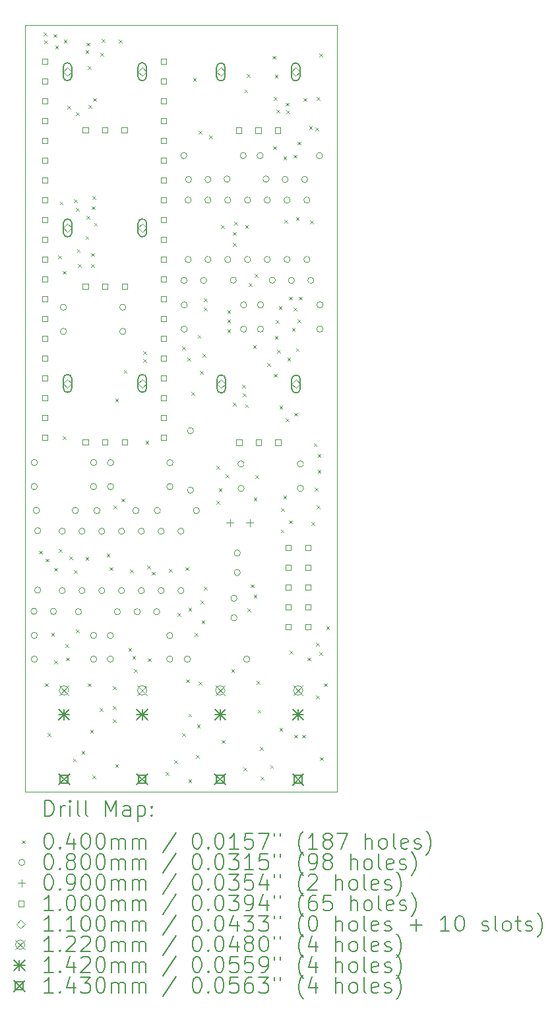
<source format=gbr>
%TF.GenerationSoftware,KiCad,Pcbnew,6.0.10+dfsg-1~bpo11+1*%
%TF.CreationDate,2023-02-09T22:21:15+08:00*%
%TF.ProjectId,MiniVerb v1.1 - Main,4d696e69-5665-4726-9220-76312e31202d,rev?*%
%TF.SameCoordinates,Original*%
%TF.FileFunction,Drillmap*%
%TF.FilePolarity,Positive*%
%FSLAX45Y45*%
G04 Gerber Fmt 4.5, Leading zero omitted, Abs format (unit mm)*
G04 Created by KiCad (PCBNEW 6.0.10+dfsg-1~bpo11+1) date 2023-02-09 22:21:15*
%MOMM*%
%LPD*%
G01*
G04 APERTURE LIST*
%ADD10C,0.100000*%
%ADD11C,0.200000*%
%ADD12C,0.040000*%
%ADD13C,0.080000*%
%ADD14C,0.090000*%
%ADD15C,0.110000*%
%ADD16C,0.122000*%
%ADD17C,0.142000*%
%ADD18C,0.143000*%
G04 APERTURE END LIST*
D10*
X7497500Y-14840000D02*
X11497500Y-14840000D01*
X7497500Y-5000000D02*
X7497500Y-14840000D01*
X11497500Y-14840000D02*
X11497500Y-5000000D01*
X11497500Y-5000000D02*
X7497500Y-5000000D01*
D11*
D12*
X7670000Y-11750000D02*
X7710000Y-11790000D01*
X7710000Y-11750000D02*
X7670000Y-11790000D01*
X7730000Y-5100000D02*
X7770000Y-5140000D01*
X7770000Y-5100000D02*
X7730000Y-5140000D01*
X7740000Y-5200000D02*
X7780000Y-5240000D01*
X7780000Y-5200000D02*
X7740000Y-5240000D01*
X7750000Y-13450000D02*
X7790000Y-13490000D01*
X7790000Y-13450000D02*
X7750000Y-13490000D01*
X7760000Y-11850000D02*
X7800000Y-11890000D01*
X7800000Y-11850000D02*
X7760000Y-11890000D01*
X7785000Y-14092000D02*
X7825000Y-14132000D01*
X7825000Y-14092000D02*
X7785000Y-14132000D01*
X7830000Y-12800000D02*
X7870000Y-12840000D01*
X7870000Y-12800000D02*
X7830000Y-12840000D01*
X7860000Y-5120000D02*
X7900000Y-5160000D01*
X7900000Y-5120000D02*
X7860000Y-5160000D01*
X7870000Y-11970000D02*
X7910000Y-12010000D01*
X7910000Y-11970000D02*
X7870000Y-12010000D01*
X7870000Y-13160000D02*
X7910000Y-13200000D01*
X7910000Y-13160000D02*
X7870000Y-13200000D01*
X7880000Y-5270000D02*
X7920000Y-5310000D01*
X7920000Y-5270000D02*
X7880000Y-5310000D01*
X7920000Y-7960000D02*
X7960000Y-8000000D01*
X7960000Y-7960000D02*
X7920000Y-8000000D01*
X7930000Y-11730000D02*
X7970000Y-11770000D01*
X7970000Y-11730000D02*
X7930000Y-11770000D01*
X7940000Y-7270000D02*
X7980000Y-7310000D01*
X7980000Y-7270000D02*
X7940000Y-7310000D01*
X7980000Y-8160000D02*
X8020000Y-8200000D01*
X8020000Y-8160000D02*
X7980000Y-8200000D01*
X7980000Y-10280000D02*
X8020000Y-10320000D01*
X8020000Y-10280000D02*
X7980000Y-10320000D01*
X7990000Y-5190000D02*
X8030000Y-5230000D01*
X8030000Y-5190000D02*
X7990000Y-5230000D01*
X8010000Y-12950000D02*
X8050000Y-12990000D01*
X8050000Y-12950000D02*
X8010000Y-12990000D01*
X8020000Y-13120000D02*
X8060000Y-13160000D01*
X8060000Y-13120000D02*
X8020000Y-13160000D01*
X8040000Y-6040000D02*
X8080000Y-6080000D01*
X8080000Y-6040000D02*
X8040000Y-6080000D01*
X8060000Y-11820000D02*
X8100000Y-11860000D01*
X8100000Y-11820000D02*
X8060000Y-11860000D01*
X8108000Y-14415000D02*
X8148000Y-14455000D01*
X8148000Y-14415000D02*
X8108000Y-14455000D01*
X8120000Y-7240000D02*
X8160000Y-7280000D01*
X8160000Y-7240000D02*
X8120000Y-7280000D01*
X8120000Y-12000000D02*
X8160000Y-12040000D01*
X8160000Y-12000000D02*
X8120000Y-12040000D01*
X8150000Y-6120000D02*
X8190000Y-6160000D01*
X8190000Y-6120000D02*
X8150000Y-6160000D01*
X8150000Y-7350000D02*
X8190000Y-7390000D01*
X8190000Y-7350000D02*
X8150000Y-7390000D01*
X8150000Y-12760000D02*
X8190000Y-12800000D01*
X8190000Y-12760000D02*
X8150000Y-12800000D01*
X8160000Y-7880000D02*
X8200000Y-7920000D01*
X8200000Y-7880000D02*
X8160000Y-7920000D01*
X8170000Y-8070000D02*
X8210000Y-8110000D01*
X8210000Y-8070000D02*
X8170000Y-8110000D01*
X8219722Y-14317254D02*
X8259722Y-14357254D01*
X8259722Y-14317254D02*
X8219722Y-14357254D01*
X8270000Y-5330000D02*
X8310000Y-5370000D01*
X8310000Y-5330000D02*
X8270000Y-5370000D01*
X8270000Y-7710000D02*
X8310000Y-7750000D01*
X8310000Y-7710000D02*
X8270000Y-7750000D01*
X8270000Y-11830000D02*
X8310000Y-11870000D01*
X8310000Y-11830000D02*
X8270000Y-11870000D01*
X8280000Y-5230000D02*
X8320000Y-5270000D01*
X8320000Y-5230000D02*
X8280000Y-5270000D01*
X8280000Y-7450000D02*
X8320000Y-7490000D01*
X8320000Y-7450000D02*
X8280000Y-7490000D01*
X8300000Y-5530000D02*
X8340000Y-5570000D01*
X8340000Y-5530000D02*
X8300000Y-5570000D01*
X8300000Y-13450000D02*
X8340000Y-13490000D01*
X8340000Y-13450000D02*
X8300000Y-13490000D01*
X8310000Y-6030000D02*
X8350000Y-6070000D01*
X8350000Y-6030000D02*
X8310000Y-6070000D01*
X8330000Y-14050000D02*
X8370000Y-14090000D01*
X8370000Y-14050000D02*
X8330000Y-14090000D01*
X8340000Y-7930000D02*
X8380000Y-7970000D01*
X8380000Y-7930000D02*
X8340000Y-7970000D01*
X8340000Y-8070000D02*
X8380000Y-8110000D01*
X8380000Y-8070000D02*
X8340000Y-8110000D01*
X8350000Y-7330000D02*
X8390000Y-7370000D01*
X8390000Y-7330000D02*
X8350000Y-7370000D01*
X8360000Y-7200000D02*
X8400000Y-7240000D01*
X8400000Y-7200000D02*
X8360000Y-7240000D01*
X8361000Y-14629000D02*
X8401000Y-14669000D01*
X8401000Y-14629000D02*
X8361000Y-14669000D01*
X8370000Y-5940000D02*
X8410000Y-5980000D01*
X8410000Y-5940000D02*
X8370000Y-5980000D01*
X8380000Y-7540000D02*
X8420000Y-7580000D01*
X8420000Y-7540000D02*
X8380000Y-7580000D01*
X8450000Y-13770000D02*
X8490000Y-13810000D01*
X8490000Y-13770000D02*
X8450000Y-13810000D01*
X8460000Y-5360000D02*
X8500000Y-5400000D01*
X8500000Y-5360000D02*
X8460000Y-5400000D01*
X8480000Y-5180000D02*
X8520000Y-5220000D01*
X8520000Y-5180000D02*
X8480000Y-5220000D01*
X8540000Y-11790000D02*
X8580000Y-11830000D01*
X8580000Y-11790000D02*
X8540000Y-11830000D01*
X8580000Y-11960000D02*
X8620000Y-12000000D01*
X8620000Y-11960000D02*
X8580000Y-12000000D01*
X8620000Y-13490000D02*
X8660000Y-13530000D01*
X8660000Y-13490000D02*
X8620000Y-13530000D01*
X8620000Y-13740000D02*
X8660000Y-13780000D01*
X8660000Y-13740000D02*
X8620000Y-13780000D01*
X8623488Y-13913488D02*
X8663488Y-13953488D01*
X8663488Y-13913488D02*
X8623488Y-13953488D01*
X8630000Y-11170000D02*
X8670000Y-11210000D01*
X8670000Y-11170000D02*
X8630000Y-11210000D01*
X8650000Y-9800000D02*
X8690000Y-9840000D01*
X8690000Y-9800000D02*
X8650000Y-9840000D01*
X8650000Y-14490000D02*
X8690000Y-14530000D01*
X8690000Y-14490000D02*
X8650000Y-14530000D01*
X8700000Y-5190000D02*
X8740000Y-5230000D01*
X8740000Y-5190000D02*
X8700000Y-5230000D01*
X8730000Y-11080000D02*
X8770000Y-11120000D01*
X8770000Y-11080000D02*
X8730000Y-11120000D01*
X8760000Y-9430000D02*
X8800000Y-9470000D01*
X8800000Y-9430000D02*
X8760000Y-9470000D01*
X8820000Y-13000000D02*
X8860000Y-13040000D01*
X8860000Y-13000000D02*
X8820000Y-13040000D01*
X8840000Y-11990000D02*
X8880000Y-12030000D01*
X8880000Y-11990000D02*
X8840000Y-12030000D01*
X8870000Y-13100000D02*
X8910000Y-13140000D01*
X8910000Y-13100000D02*
X8870000Y-13140000D01*
X8890000Y-13270000D02*
X8930000Y-13310000D01*
X8930000Y-13270000D02*
X8890000Y-13310000D01*
X9010000Y-9190000D02*
X9050000Y-9230000D01*
X9050000Y-9190000D02*
X9010000Y-9230000D01*
X9010000Y-9290000D02*
X9050000Y-9330000D01*
X9050000Y-9290000D02*
X9010000Y-9330000D01*
X9040000Y-10340000D02*
X9080000Y-10380000D01*
X9080000Y-10340000D02*
X9040000Y-10380000D01*
X9060000Y-11940000D02*
X9100000Y-11980000D01*
X9100000Y-11940000D02*
X9060000Y-11980000D01*
X9070000Y-13130000D02*
X9110000Y-13170000D01*
X9110000Y-13130000D02*
X9070000Y-13170000D01*
X9120000Y-12020000D02*
X9160000Y-12060000D01*
X9160000Y-12020000D02*
X9120000Y-12060000D01*
X9300000Y-14590000D02*
X9340000Y-14630000D01*
X9340000Y-14590000D02*
X9300000Y-14630000D01*
X9340000Y-11980000D02*
X9380000Y-12020000D01*
X9380000Y-11980000D02*
X9340000Y-12020000D01*
X9410000Y-14440000D02*
X9450000Y-14480000D01*
X9450000Y-14440000D02*
X9410000Y-14480000D01*
X9450000Y-12550000D02*
X9490000Y-12590000D01*
X9490000Y-12550000D02*
X9450000Y-12590000D01*
X9510000Y-9130000D02*
X9550000Y-9170000D01*
X9550000Y-9130000D02*
X9510000Y-9170000D01*
X9510000Y-14090000D02*
X9550000Y-14130000D01*
X9550000Y-14090000D02*
X9510000Y-14130000D01*
X9550000Y-11960000D02*
X9590000Y-12000000D01*
X9590000Y-11960000D02*
X9550000Y-12000000D01*
X9560000Y-13400000D02*
X9600000Y-13440000D01*
X9600000Y-13400000D02*
X9560000Y-13440000D01*
X9580000Y-9270000D02*
X9620000Y-9310000D01*
X9620000Y-9270000D02*
X9580000Y-9310000D01*
X9590000Y-12480000D02*
X9630000Y-12520000D01*
X9630000Y-12480000D02*
X9590000Y-12520000D01*
X9590000Y-13840000D02*
X9630000Y-13880000D01*
X9630000Y-13840000D02*
X9590000Y-13880000D01*
X9590000Y-14680000D02*
X9630000Y-14720000D01*
X9630000Y-14680000D02*
X9590000Y-14720000D01*
X9630000Y-9710000D02*
X9670000Y-9750000D01*
X9670000Y-9710000D02*
X9630000Y-9750000D01*
X9650000Y-5680000D02*
X9690000Y-5720000D01*
X9690000Y-5680000D02*
X9650000Y-5720000D01*
X9670000Y-12800000D02*
X9710000Y-12840000D01*
X9710000Y-12800000D02*
X9670000Y-12840000D01*
X9690000Y-14370000D02*
X9730000Y-14410000D01*
X9730000Y-14370000D02*
X9690000Y-14410000D01*
X9700000Y-13980000D02*
X9740000Y-14020000D01*
X9740000Y-13980000D02*
X9700000Y-14020000D01*
X9710000Y-8980000D02*
X9750000Y-9020000D01*
X9750000Y-8980000D02*
X9710000Y-9020000D01*
X9720000Y-6360000D02*
X9760000Y-6400000D01*
X9760000Y-6360000D02*
X9720000Y-6400000D01*
X9720000Y-13430000D02*
X9760000Y-13470000D01*
X9760000Y-13430000D02*
X9720000Y-13470000D01*
X9740000Y-9440000D02*
X9780000Y-9480000D01*
X9780000Y-9440000D02*
X9740000Y-9480000D01*
X9750000Y-12390000D02*
X9790000Y-12430000D01*
X9790000Y-12390000D02*
X9750000Y-12430000D01*
X9760000Y-12640000D02*
X9800000Y-12680000D01*
X9800000Y-12640000D02*
X9760000Y-12680000D01*
X9770000Y-9220000D02*
X9810000Y-9260000D01*
X9810000Y-9220000D02*
X9770000Y-9260000D01*
X9790000Y-8510000D02*
X9830000Y-8550000D01*
X9830000Y-8510000D02*
X9790000Y-8550000D01*
X9790000Y-8630000D02*
X9830000Y-8670000D01*
X9830000Y-8630000D02*
X9790000Y-8670000D01*
X9790000Y-12210000D02*
X9830000Y-12250000D01*
X9830000Y-12210000D02*
X9790000Y-12250000D01*
X9860000Y-6420000D02*
X9900000Y-6460000D01*
X9900000Y-6420000D02*
X9860000Y-6460000D01*
X9950000Y-10660000D02*
X9990000Y-10700000D01*
X9990000Y-10660000D02*
X9950000Y-10700000D01*
X9950000Y-11110000D02*
X9990000Y-11150000D01*
X9990000Y-11110000D02*
X9950000Y-11150000D01*
X9980000Y-10950000D02*
X10020000Y-10990000D01*
X10020000Y-10950000D02*
X9980000Y-10990000D01*
X10010000Y-7570000D02*
X10050000Y-7610000D01*
X10050000Y-7570000D02*
X10010000Y-7610000D01*
X10020000Y-14180000D02*
X10060000Y-14220000D01*
X10060000Y-14180000D02*
X10020000Y-14220000D01*
X10070000Y-10770000D02*
X10110000Y-10810000D01*
X10110000Y-10770000D02*
X10070000Y-10810000D01*
X10090000Y-8660000D02*
X10130000Y-8700000D01*
X10130000Y-8660000D02*
X10090000Y-8700000D01*
X10090000Y-8780000D02*
X10130000Y-8820000D01*
X10130000Y-8780000D02*
X10090000Y-8820000D01*
X10090000Y-8910000D02*
X10130000Y-8950000D01*
X10130000Y-8910000D02*
X10090000Y-8950000D01*
X10140000Y-13270000D02*
X10180000Y-13310000D01*
X10180000Y-13270000D02*
X10140000Y-13310000D01*
X10160000Y-7660000D02*
X10200000Y-7700000D01*
X10200000Y-7660000D02*
X10160000Y-7700000D01*
X10160000Y-7800000D02*
X10200000Y-7840000D01*
X10200000Y-7800000D02*
X10160000Y-7840000D01*
X10160000Y-9850000D02*
X10200000Y-9890000D01*
X10200000Y-9850000D02*
X10160000Y-9890000D01*
X10180000Y-7530000D02*
X10220000Y-7570000D01*
X10220000Y-7530000D02*
X10180000Y-7570000D01*
X10280000Y-9620000D02*
X10320000Y-9660000D01*
X10320000Y-9620000D02*
X10280000Y-9660000D01*
X10290000Y-9730000D02*
X10330000Y-9770000D01*
X10330000Y-9730000D02*
X10290000Y-9770000D01*
X10300000Y-14530000D02*
X10340000Y-14570000D01*
X10340000Y-14530000D02*
X10300000Y-14570000D01*
X10310000Y-5830000D02*
X10350000Y-5870000D01*
X10350000Y-5830000D02*
X10310000Y-5870000D01*
X10320000Y-7570000D02*
X10360000Y-7610000D01*
X10360000Y-7570000D02*
X10320000Y-7610000D01*
X10320000Y-9870000D02*
X10360000Y-9910000D01*
X10360000Y-9870000D02*
X10320000Y-9910000D01*
X10340000Y-5630000D02*
X10380000Y-5670000D01*
X10380000Y-5630000D02*
X10340000Y-5670000D01*
X10350000Y-12490000D02*
X10390000Y-12530000D01*
X10390000Y-12490000D02*
X10350000Y-12530000D01*
X10367811Y-8312756D02*
X10407811Y-8352756D01*
X10407811Y-8312756D02*
X10367811Y-8352756D01*
X10390000Y-12180000D02*
X10430000Y-12220000D01*
X10430000Y-12180000D02*
X10390000Y-12220000D01*
X10420000Y-9110000D02*
X10460000Y-9150000D01*
X10460000Y-9110000D02*
X10420000Y-9150000D01*
X10430000Y-11070000D02*
X10470000Y-11110000D01*
X10470000Y-11070000D02*
X10430000Y-11110000D01*
X10430000Y-12310000D02*
X10470000Y-12350000D01*
X10470000Y-12310000D02*
X10430000Y-12350000D01*
X10440000Y-8200000D02*
X10480000Y-8240000D01*
X10480000Y-8200000D02*
X10440000Y-8240000D01*
X10450000Y-10780000D02*
X10490000Y-10820000D01*
X10490000Y-10780000D02*
X10450000Y-10820000D01*
X10470000Y-13420000D02*
X10510000Y-13460000D01*
X10510000Y-13420000D02*
X10470000Y-13460000D01*
X10480000Y-13790000D02*
X10520000Y-13830000D01*
X10520000Y-13790000D02*
X10480000Y-13830000D01*
X10510000Y-14270000D02*
X10550000Y-14310000D01*
X10550000Y-14270000D02*
X10510000Y-14310000D01*
X10520000Y-14650000D02*
X10560000Y-14690000D01*
X10560000Y-14650000D02*
X10520000Y-14690000D01*
X10600000Y-9340000D02*
X10640000Y-9380000D01*
X10640000Y-9340000D02*
X10600000Y-9380000D01*
X10640000Y-14500000D02*
X10680000Y-14540000D01*
X10680000Y-14500000D02*
X10640000Y-14540000D01*
X10670000Y-5400000D02*
X10710000Y-5440000D01*
X10710000Y-5400000D02*
X10670000Y-5440000D01*
X10680000Y-6560000D02*
X10720000Y-6600000D01*
X10720000Y-6560000D02*
X10680000Y-6600000D01*
X10690000Y-5930000D02*
X10730000Y-5970000D01*
X10730000Y-5930000D02*
X10690000Y-5970000D01*
X10690000Y-9480000D02*
X10730000Y-9520000D01*
X10730000Y-9480000D02*
X10690000Y-9520000D01*
X10700000Y-5640000D02*
X10740000Y-5680000D01*
X10740000Y-5640000D02*
X10700000Y-5680000D01*
X10700000Y-8990000D02*
X10740000Y-9030000D01*
X10740000Y-8990000D02*
X10700000Y-9030000D01*
X10710000Y-8790000D02*
X10750000Y-8830000D01*
X10750000Y-8790000D02*
X10710000Y-8830000D01*
X10720000Y-6090000D02*
X10760000Y-6130000D01*
X10760000Y-6090000D02*
X10720000Y-6130000D01*
X10730000Y-9170000D02*
X10770000Y-9210000D01*
X10770000Y-9170000D02*
X10730000Y-9210000D01*
X10750000Y-8610000D02*
X10790000Y-8650000D01*
X10790000Y-8610000D02*
X10750000Y-8650000D01*
X10760000Y-9890000D02*
X10800000Y-9930000D01*
X10800000Y-9890000D02*
X10760000Y-9930000D01*
X10760000Y-14020000D02*
X10800000Y-14060000D01*
X10800000Y-14020000D02*
X10760000Y-14060000D01*
X10776007Y-11478677D02*
X10816007Y-11518677D01*
X10816007Y-11478677D02*
X10776007Y-11518677D01*
X10780000Y-11200000D02*
X10820000Y-11240000D01*
X10820000Y-11200000D02*
X10780000Y-11240000D01*
X10810000Y-6690000D02*
X10850000Y-6730000D01*
X10850000Y-6690000D02*
X10810000Y-6730000D01*
X10810000Y-11040000D02*
X10850000Y-11080000D01*
X10850000Y-11040000D02*
X10810000Y-11080000D01*
X10820000Y-7500000D02*
X10860000Y-7540000D01*
X10860000Y-7500000D02*
X10820000Y-7540000D01*
X10840000Y-6000000D02*
X10880000Y-6040000D01*
X10880000Y-6000000D02*
X10840000Y-6040000D01*
X10840000Y-10050000D02*
X10880000Y-10090000D01*
X10880000Y-10050000D02*
X10840000Y-10090000D01*
X10850000Y-6100000D02*
X10890000Y-6140000D01*
X10890000Y-6100000D02*
X10850000Y-6140000D01*
X10860000Y-9270000D02*
X10900000Y-9310000D01*
X10900000Y-9270000D02*
X10860000Y-9310000D01*
X10880000Y-8490000D02*
X10920000Y-8530000D01*
X10920000Y-8490000D02*
X10880000Y-8530000D01*
X10880000Y-11360000D02*
X10920000Y-11400000D01*
X10920000Y-11360000D02*
X10880000Y-11400000D01*
X10890000Y-13030000D02*
X10930000Y-13070000D01*
X10930000Y-13030000D02*
X10890000Y-13070000D01*
X10920000Y-8890000D02*
X10960000Y-8930000D01*
X10960000Y-8890000D02*
X10920000Y-8930000D01*
X10940000Y-6670000D02*
X10980000Y-6710000D01*
X10980000Y-6670000D02*
X10940000Y-6710000D01*
X10940000Y-8630000D02*
X10980000Y-8670000D01*
X10980000Y-8630000D02*
X10940000Y-8670000D01*
X10950000Y-9980000D02*
X10990000Y-10020000D01*
X10990000Y-9980000D02*
X10950000Y-10020000D01*
X10950000Y-14110000D02*
X10990000Y-14150000D01*
X10990000Y-14110000D02*
X10950000Y-14150000D01*
X10970000Y-7470000D02*
X11010000Y-7510000D01*
X11010000Y-7470000D02*
X10970000Y-7510000D01*
X10970000Y-9150000D02*
X11010000Y-9190000D01*
X11010000Y-9150000D02*
X10970000Y-9190000D01*
X10990000Y-6500000D02*
X11030000Y-6540000D01*
X11030000Y-6500000D02*
X10990000Y-6540000D01*
X10990000Y-8780000D02*
X11030000Y-8820000D01*
X11030000Y-8780000D02*
X10990000Y-8820000D01*
X11010000Y-8490000D02*
X11050000Y-8530000D01*
X11050000Y-8490000D02*
X11010000Y-8530000D01*
X11050000Y-14110000D02*
X11090000Y-14150000D01*
X11090000Y-14110000D02*
X11050000Y-14150000D01*
X11070000Y-5940000D02*
X11110000Y-5980000D01*
X11110000Y-5940000D02*
X11070000Y-5980000D01*
X11120000Y-13120000D02*
X11160000Y-13160000D01*
X11160000Y-13120000D02*
X11120000Y-13160000D01*
X11140000Y-6300000D02*
X11180000Y-6340000D01*
X11180000Y-6300000D02*
X11140000Y-6340000D01*
X11150000Y-7510000D02*
X11190000Y-7550000D01*
X11190000Y-7510000D02*
X11150000Y-7550000D01*
X11170000Y-11380000D02*
X11210000Y-11420000D01*
X11210000Y-11380000D02*
X11170000Y-11420000D01*
X11200000Y-10370000D02*
X11240000Y-10410000D01*
X11240000Y-10370000D02*
X11200000Y-10410000D01*
X11210000Y-10940000D02*
X11250000Y-10980000D01*
X11250000Y-10940000D02*
X11210000Y-10980000D01*
X11220000Y-6320000D02*
X11260000Y-6360000D01*
X11260000Y-6320000D02*
X11220000Y-6360000D01*
X11230000Y-12930000D02*
X11270000Y-12970000D01*
X11270000Y-12930000D02*
X11230000Y-12970000D01*
X11230000Y-13610000D02*
X11270000Y-13650000D01*
X11270000Y-13610000D02*
X11230000Y-13650000D01*
X11240000Y-5930000D02*
X11280000Y-5970000D01*
X11280000Y-5930000D02*
X11240000Y-5970000D01*
X11240000Y-11170000D02*
X11280000Y-11210000D01*
X11280000Y-11170000D02*
X11240000Y-11210000D01*
X11250000Y-10510000D02*
X11290000Y-10550000D01*
X11290000Y-10510000D02*
X11250000Y-10550000D01*
X11250000Y-10710000D02*
X11290000Y-10750000D01*
X11290000Y-10710000D02*
X11250000Y-10750000D01*
X11270000Y-5370000D02*
X11310000Y-5410000D01*
X11310000Y-5370000D02*
X11270000Y-5410000D01*
X11270000Y-13050000D02*
X11310000Y-13090000D01*
X11310000Y-13050000D02*
X11270000Y-13090000D01*
X11280000Y-14400000D02*
X11320000Y-14440000D01*
X11320000Y-14400000D02*
X11280000Y-14440000D01*
X11330000Y-13450000D02*
X11370000Y-13490000D01*
X11370000Y-13450000D02*
X11330000Y-13490000D01*
X11360000Y-12720000D02*
X11400000Y-12760000D01*
X11400000Y-12720000D02*
X11360000Y-12760000D01*
D13*
X7648609Y-12527490D02*
G75*
G03*
X7648609Y-12527490I-40000J0D01*
G01*
X7651500Y-10926000D02*
G75*
G03*
X7651500Y-10926000I-40000J0D01*
G01*
X7651609Y-12834990D02*
G75*
G03*
X7651609Y-12834990I-40000J0D01*
G01*
X7652500Y-10618000D02*
G75*
G03*
X7652500Y-10618000I-40000J0D01*
G01*
X7652609Y-13139990D02*
G75*
G03*
X7652609Y-13139990I-40000J0D01*
G01*
X7679500Y-11232000D02*
G75*
G03*
X7679500Y-11232000I-40000J0D01*
G01*
X7696109Y-11492490D02*
G75*
G03*
X7696109Y-11492490I-40000J0D01*
G01*
X7696109Y-12254490D02*
G75*
G03*
X7696109Y-12254490I-40000J0D01*
G01*
X7898609Y-12527490D02*
G75*
G03*
X7898609Y-12527490I-40000J0D01*
G01*
X8011109Y-11498490D02*
G75*
G03*
X8011109Y-11498490I-40000J0D01*
G01*
X8011109Y-12260490D02*
G75*
G03*
X8011109Y-12260490I-40000J0D01*
G01*
X8026500Y-8625000D02*
G75*
G03*
X8026500Y-8625000I-40000J0D01*
G01*
X8026500Y-8935000D02*
G75*
G03*
X8026500Y-8935000I-40000J0D01*
G01*
X8179500Y-11232000D02*
G75*
G03*
X8179500Y-11232000I-40000J0D01*
G01*
X8218609Y-12532490D02*
G75*
G03*
X8218609Y-12532490I-40000J0D01*
G01*
X8265109Y-11498490D02*
G75*
G03*
X8265109Y-11498490I-40000J0D01*
G01*
X8265109Y-12260490D02*
G75*
G03*
X8265109Y-12260490I-40000J0D01*
G01*
X8413500Y-10926000D02*
G75*
G03*
X8413500Y-10926000I-40000J0D01*
G01*
X8413609Y-12834990D02*
G75*
G03*
X8413609Y-12834990I-40000J0D01*
G01*
X8414500Y-10618000D02*
G75*
G03*
X8414500Y-10618000I-40000J0D01*
G01*
X8414609Y-13139990D02*
G75*
G03*
X8414609Y-13139990I-40000J0D01*
G01*
X8455500Y-11234000D02*
G75*
G03*
X8455500Y-11234000I-40000J0D01*
G01*
X8519109Y-11498490D02*
G75*
G03*
X8519109Y-11498490I-40000J0D01*
G01*
X8519109Y-12260490D02*
G75*
G03*
X8519109Y-12260490I-40000J0D01*
G01*
X8629109Y-12837490D02*
G75*
G03*
X8629109Y-12837490I-40000J0D01*
G01*
X8630109Y-13139990D02*
G75*
G03*
X8630109Y-13139990I-40000J0D01*
G01*
X8631500Y-10620000D02*
G75*
G03*
X8631500Y-10620000I-40000J0D01*
G01*
X8631500Y-10927000D02*
G75*
G03*
X8631500Y-10927000I-40000J0D01*
G01*
X8718609Y-12532490D02*
G75*
G03*
X8718609Y-12532490I-40000J0D01*
G01*
X8773109Y-11498490D02*
G75*
G03*
X8773109Y-11498490I-40000J0D01*
G01*
X8773109Y-12260490D02*
G75*
G03*
X8773109Y-12260490I-40000J0D01*
G01*
X8788500Y-8625000D02*
G75*
G03*
X8788500Y-8625000I-40000J0D01*
G01*
X8788500Y-8935000D02*
G75*
G03*
X8788500Y-8935000I-40000J0D01*
G01*
X8955500Y-11234000D02*
G75*
G03*
X8955500Y-11234000I-40000J0D01*
G01*
X8973609Y-12532490D02*
G75*
G03*
X8973609Y-12532490I-40000J0D01*
G01*
X9027109Y-11498490D02*
G75*
G03*
X9027109Y-11498490I-40000J0D01*
G01*
X9027109Y-12260490D02*
G75*
G03*
X9027109Y-12260490I-40000J0D01*
G01*
X9223609Y-12532490D02*
G75*
G03*
X9223609Y-12532490I-40000J0D01*
G01*
X9232500Y-11233000D02*
G75*
G03*
X9232500Y-11233000I-40000J0D01*
G01*
X9281109Y-11498490D02*
G75*
G03*
X9281109Y-11498490I-40000J0D01*
G01*
X9281109Y-12260490D02*
G75*
G03*
X9281109Y-12260490I-40000J0D01*
G01*
X9391109Y-12837490D02*
G75*
G03*
X9391109Y-12837490I-40000J0D01*
G01*
X9392109Y-13139990D02*
G75*
G03*
X9392109Y-13139990I-40000J0D01*
G01*
X9393500Y-10620000D02*
G75*
G03*
X9393500Y-10620000I-40000J0D01*
G01*
X9393500Y-10927000D02*
G75*
G03*
X9393500Y-10927000I-40000J0D01*
G01*
X9535109Y-11498490D02*
G75*
G03*
X9535109Y-11498490I-40000J0D01*
G01*
X9535109Y-12260490D02*
G75*
G03*
X9535109Y-12260490I-40000J0D01*
G01*
X9572500Y-6679500D02*
G75*
G03*
X9572500Y-6679500I-40000J0D01*
G01*
X9575500Y-8281000D02*
G75*
G03*
X9575500Y-8281000I-40000J0D01*
G01*
X9576500Y-8905000D02*
G75*
G03*
X9576500Y-8905000I-40000J0D01*
G01*
X9577500Y-8595000D02*
G75*
G03*
X9577500Y-8595000I-40000J0D01*
G01*
X9616500Y-13140000D02*
G75*
G03*
X9616500Y-13140000I-40000J0D01*
G01*
X9627500Y-7250000D02*
G75*
G03*
X9627500Y-7250000I-40000J0D01*
G01*
X9627500Y-8012000D02*
G75*
G03*
X9627500Y-8012000I-40000J0D01*
G01*
X9632500Y-6985000D02*
G75*
G03*
X9632500Y-6985000I-40000J0D01*
G01*
X9657500Y-10209000D02*
G75*
G03*
X9657500Y-10209000I-40000J0D01*
G01*
X9657500Y-10971000D02*
G75*
G03*
X9657500Y-10971000I-40000J0D01*
G01*
X9732500Y-11233000D02*
G75*
G03*
X9732500Y-11233000I-40000J0D01*
G01*
X9825500Y-8281000D02*
G75*
G03*
X9825500Y-8281000I-40000J0D01*
G01*
X9881500Y-7250000D02*
G75*
G03*
X9881500Y-7250000I-40000J0D01*
G01*
X9881500Y-8012000D02*
G75*
G03*
X9881500Y-8012000I-40000J0D01*
G01*
X9882500Y-6985000D02*
G75*
G03*
X9882500Y-6985000I-40000J0D01*
G01*
X10127500Y-6980000D02*
G75*
G03*
X10127500Y-6980000I-40000J0D01*
G01*
X10135500Y-7250000D02*
G75*
G03*
X10135500Y-7250000I-40000J0D01*
G01*
X10135500Y-8012000D02*
G75*
G03*
X10135500Y-8012000I-40000J0D01*
G01*
X10207500Y-8278000D02*
G75*
G03*
X10207500Y-8278000I-40000J0D01*
G01*
X10215900Y-12360000D02*
G75*
G03*
X10215900Y-12360000I-40000J0D01*
G01*
X10215900Y-12610000D02*
G75*
G03*
X10215900Y-12610000I-40000J0D01*
G01*
X10257500Y-11779489D02*
G75*
G03*
X10257500Y-11779489I-40000J0D01*
G01*
X10257500Y-12029489D02*
G75*
G03*
X10257500Y-12029489I-40000J0D01*
G01*
X10306500Y-10635000D02*
G75*
G03*
X10306500Y-10635000I-40000J0D01*
G01*
X10306500Y-10950000D02*
G75*
G03*
X10306500Y-10950000I-40000J0D01*
G01*
X10334500Y-6679500D02*
G75*
G03*
X10334500Y-6679500I-40000J0D01*
G01*
X10338500Y-8905000D02*
G75*
G03*
X10338500Y-8905000I-40000J0D01*
G01*
X10339500Y-8595000D02*
G75*
G03*
X10339500Y-8595000I-40000J0D01*
G01*
X10378500Y-13140000D02*
G75*
G03*
X10378500Y-13140000I-40000J0D01*
G01*
X10389500Y-7250000D02*
G75*
G03*
X10389500Y-7250000I-40000J0D01*
G01*
X10389500Y-8012000D02*
G75*
G03*
X10389500Y-8012000I-40000J0D01*
G01*
X10551500Y-6679500D02*
G75*
G03*
X10551500Y-6679500I-40000J0D01*
G01*
X10556500Y-8595000D02*
G75*
G03*
X10556500Y-8595000I-40000J0D01*
G01*
X10556500Y-8905000D02*
G75*
G03*
X10556500Y-8905000I-40000J0D01*
G01*
X10627500Y-6980000D02*
G75*
G03*
X10627500Y-6980000I-40000J0D01*
G01*
X10643500Y-7250000D02*
G75*
G03*
X10643500Y-7250000I-40000J0D01*
G01*
X10643500Y-8012000D02*
G75*
G03*
X10643500Y-8012000I-40000J0D01*
G01*
X10707500Y-8278000D02*
G75*
G03*
X10707500Y-8278000I-40000J0D01*
G01*
X10872500Y-6985000D02*
G75*
G03*
X10872500Y-6985000I-40000J0D01*
G01*
X10897500Y-7250000D02*
G75*
G03*
X10897500Y-7250000I-40000J0D01*
G01*
X10897500Y-8012000D02*
G75*
G03*
X10897500Y-8012000I-40000J0D01*
G01*
X10952500Y-8280000D02*
G75*
G03*
X10952500Y-8280000I-40000J0D01*
G01*
X11068500Y-10635000D02*
G75*
G03*
X11068500Y-10635000I-40000J0D01*
G01*
X11068500Y-10950000D02*
G75*
G03*
X11068500Y-10950000I-40000J0D01*
G01*
X11122500Y-6985000D02*
G75*
G03*
X11122500Y-6985000I-40000J0D01*
G01*
X11151500Y-7250000D02*
G75*
G03*
X11151500Y-7250000I-40000J0D01*
G01*
X11151500Y-8012000D02*
G75*
G03*
X11151500Y-8012000I-40000J0D01*
G01*
X11202500Y-8280000D02*
G75*
G03*
X11202500Y-8280000I-40000J0D01*
G01*
X11313500Y-6679500D02*
G75*
G03*
X11313500Y-6679500I-40000J0D01*
G01*
X11318500Y-8595000D02*
G75*
G03*
X11318500Y-8595000I-40000J0D01*
G01*
X11318500Y-8905000D02*
G75*
G03*
X11318500Y-8905000I-40000J0D01*
G01*
D14*
X10123500Y-11345000D02*
X10123500Y-11435000D01*
X10078500Y-11390000D02*
X10168500Y-11390000D01*
X10377500Y-11345000D02*
X10377500Y-11435000D01*
X10332500Y-11390000D02*
X10422500Y-11390000D01*
D10*
X7781606Y-5505356D02*
X7781606Y-5434644D01*
X7710894Y-5434644D01*
X7710894Y-5505356D01*
X7781606Y-5505356D01*
X7781606Y-5759356D02*
X7781606Y-5688644D01*
X7710894Y-5688644D01*
X7710894Y-5759356D01*
X7781606Y-5759356D01*
X7781606Y-6013356D02*
X7781606Y-5942644D01*
X7710894Y-5942644D01*
X7710894Y-6013356D01*
X7781606Y-6013356D01*
X7781606Y-6267356D02*
X7781606Y-6196644D01*
X7710894Y-6196644D01*
X7710894Y-6267356D01*
X7781606Y-6267356D01*
X7781606Y-6521356D02*
X7781606Y-6450644D01*
X7710894Y-6450644D01*
X7710894Y-6521356D01*
X7781606Y-6521356D01*
X7781606Y-6775356D02*
X7781606Y-6704644D01*
X7710894Y-6704644D01*
X7710894Y-6775356D01*
X7781606Y-6775356D01*
X7781606Y-7029356D02*
X7781606Y-6958644D01*
X7710894Y-6958644D01*
X7710894Y-7029356D01*
X7781606Y-7029356D01*
X7781606Y-7283356D02*
X7781606Y-7212644D01*
X7710894Y-7212644D01*
X7710894Y-7283356D01*
X7781606Y-7283356D01*
X7781606Y-7537356D02*
X7781606Y-7466644D01*
X7710894Y-7466644D01*
X7710894Y-7537356D01*
X7781606Y-7537356D01*
X7781606Y-7791356D02*
X7781606Y-7720644D01*
X7710894Y-7720644D01*
X7710894Y-7791356D01*
X7781606Y-7791356D01*
X7781606Y-8045356D02*
X7781606Y-7974644D01*
X7710894Y-7974644D01*
X7710894Y-8045356D01*
X7781606Y-8045356D01*
X7781606Y-8299356D02*
X7781606Y-8228644D01*
X7710894Y-8228644D01*
X7710894Y-8299356D01*
X7781606Y-8299356D01*
X7781606Y-8553356D02*
X7781606Y-8482644D01*
X7710894Y-8482644D01*
X7710894Y-8553356D01*
X7781606Y-8553356D01*
X7781606Y-8807356D02*
X7781606Y-8736644D01*
X7710894Y-8736644D01*
X7710894Y-8807356D01*
X7781606Y-8807356D01*
X7781606Y-9061356D02*
X7781606Y-8990644D01*
X7710894Y-8990644D01*
X7710894Y-9061356D01*
X7781606Y-9061356D01*
X7781606Y-9315356D02*
X7781606Y-9244644D01*
X7710894Y-9244644D01*
X7710894Y-9315356D01*
X7781606Y-9315356D01*
X7781606Y-9569356D02*
X7781606Y-9498644D01*
X7710894Y-9498644D01*
X7710894Y-9569356D01*
X7781606Y-9569356D01*
X7781606Y-9823356D02*
X7781606Y-9752644D01*
X7710894Y-9752644D01*
X7710894Y-9823356D01*
X7781606Y-9823356D01*
X7781606Y-10077356D02*
X7781606Y-10006644D01*
X7710894Y-10006644D01*
X7710894Y-10077356D01*
X7781606Y-10077356D01*
X7781606Y-10331356D02*
X7781606Y-10260644D01*
X7710894Y-10260644D01*
X7710894Y-10331356D01*
X7781606Y-10331356D01*
X8302856Y-6387856D02*
X8302856Y-6317144D01*
X8232144Y-6317144D01*
X8232144Y-6387856D01*
X8302856Y-6387856D01*
X8305356Y-8392856D02*
X8305356Y-8322144D01*
X8234644Y-8322144D01*
X8234644Y-8392856D01*
X8305356Y-8392856D01*
X8305356Y-10387856D02*
X8305356Y-10317144D01*
X8234644Y-10317144D01*
X8234644Y-10387856D01*
X8305356Y-10387856D01*
X8552856Y-6387856D02*
X8552856Y-6317144D01*
X8482144Y-6317144D01*
X8482144Y-6387856D01*
X8552856Y-6387856D01*
X8555356Y-8392856D02*
X8555356Y-8322144D01*
X8484644Y-8322144D01*
X8484644Y-8392856D01*
X8555356Y-8392856D01*
X8555356Y-10387856D02*
X8555356Y-10317144D01*
X8484644Y-10317144D01*
X8484644Y-10387856D01*
X8555356Y-10387856D01*
X8802856Y-6387856D02*
X8802856Y-6317144D01*
X8732144Y-6317144D01*
X8732144Y-6387856D01*
X8802856Y-6387856D01*
X8805356Y-8392856D02*
X8805356Y-8322144D01*
X8734644Y-8322144D01*
X8734644Y-8392856D01*
X8805356Y-8392856D01*
X8805356Y-10387856D02*
X8805356Y-10317144D01*
X8734644Y-10317144D01*
X8734644Y-10387856D01*
X8805356Y-10387856D01*
X9305606Y-5505356D02*
X9305606Y-5434644D01*
X9234894Y-5434644D01*
X9234894Y-5505356D01*
X9305606Y-5505356D01*
X9305606Y-5759356D02*
X9305606Y-5688644D01*
X9234894Y-5688644D01*
X9234894Y-5759356D01*
X9305606Y-5759356D01*
X9305606Y-6013356D02*
X9305606Y-5942644D01*
X9234894Y-5942644D01*
X9234894Y-6013356D01*
X9305606Y-6013356D01*
X9305606Y-6267356D02*
X9305606Y-6196644D01*
X9234894Y-6196644D01*
X9234894Y-6267356D01*
X9305606Y-6267356D01*
X9305606Y-6521356D02*
X9305606Y-6450644D01*
X9234894Y-6450644D01*
X9234894Y-6521356D01*
X9305606Y-6521356D01*
X9305606Y-6775356D02*
X9305606Y-6704644D01*
X9234894Y-6704644D01*
X9234894Y-6775356D01*
X9305606Y-6775356D01*
X9305606Y-7029356D02*
X9305606Y-6958644D01*
X9234894Y-6958644D01*
X9234894Y-7029356D01*
X9305606Y-7029356D01*
X9305606Y-7283356D02*
X9305606Y-7212644D01*
X9234894Y-7212644D01*
X9234894Y-7283356D01*
X9305606Y-7283356D01*
X9305606Y-7537356D02*
X9305606Y-7466644D01*
X9234894Y-7466644D01*
X9234894Y-7537356D01*
X9305606Y-7537356D01*
X9305606Y-7791356D02*
X9305606Y-7720644D01*
X9234894Y-7720644D01*
X9234894Y-7791356D01*
X9305606Y-7791356D01*
X9305606Y-8045356D02*
X9305606Y-7974644D01*
X9234894Y-7974644D01*
X9234894Y-8045356D01*
X9305606Y-8045356D01*
X9305606Y-8299356D02*
X9305606Y-8228644D01*
X9234894Y-8228644D01*
X9234894Y-8299356D01*
X9305606Y-8299356D01*
X9305606Y-8553356D02*
X9305606Y-8482644D01*
X9234894Y-8482644D01*
X9234894Y-8553356D01*
X9305606Y-8553356D01*
X9305606Y-8807356D02*
X9305606Y-8736644D01*
X9234894Y-8736644D01*
X9234894Y-8807356D01*
X9305606Y-8807356D01*
X9305606Y-9061356D02*
X9305606Y-8990644D01*
X9234894Y-8990644D01*
X9234894Y-9061356D01*
X9305606Y-9061356D01*
X9305606Y-9315356D02*
X9305606Y-9244644D01*
X9234894Y-9244644D01*
X9234894Y-9315356D01*
X9305606Y-9315356D01*
X9305606Y-9569356D02*
X9305606Y-9498644D01*
X9234894Y-9498644D01*
X9234894Y-9569356D01*
X9305606Y-9569356D01*
X9305606Y-9823356D02*
X9305606Y-9752644D01*
X9234894Y-9752644D01*
X9234894Y-9823356D01*
X9305606Y-9823356D01*
X9305606Y-10077356D02*
X9305606Y-10006644D01*
X9234894Y-10006644D01*
X9234894Y-10077356D01*
X9305606Y-10077356D01*
X9305606Y-10331356D02*
X9305606Y-10260644D01*
X9234894Y-10260644D01*
X9234894Y-10331356D01*
X9305606Y-10331356D01*
X10272856Y-6390356D02*
X10272856Y-6319644D01*
X10202144Y-6319644D01*
X10202144Y-6390356D01*
X10272856Y-6390356D01*
X10277856Y-10394965D02*
X10277856Y-10324253D01*
X10207144Y-10324253D01*
X10207144Y-10394965D01*
X10277856Y-10394965D01*
X10522856Y-6390356D02*
X10522856Y-6319644D01*
X10452144Y-6319644D01*
X10452144Y-6390356D01*
X10522856Y-6390356D01*
X10527856Y-10394965D02*
X10527856Y-10324253D01*
X10457144Y-10324253D01*
X10457144Y-10394965D01*
X10527856Y-10394965D01*
X10772856Y-6390356D02*
X10772856Y-6319644D01*
X10702144Y-6319644D01*
X10702144Y-6390356D01*
X10772856Y-6390356D01*
X10777856Y-10394965D02*
X10777856Y-10324253D01*
X10707144Y-10324253D01*
X10707144Y-10394965D01*
X10777856Y-10394965D01*
X10910106Y-11744856D02*
X10910106Y-11674144D01*
X10839394Y-11674144D01*
X10839394Y-11744856D01*
X10910106Y-11744856D01*
X10910106Y-11998856D02*
X10910106Y-11928144D01*
X10839394Y-11928144D01*
X10839394Y-11998856D01*
X10910106Y-11998856D01*
X10910106Y-12252856D02*
X10910106Y-12182144D01*
X10839394Y-12182144D01*
X10839394Y-12252856D01*
X10910106Y-12252856D01*
X10910106Y-12506856D02*
X10910106Y-12436144D01*
X10839394Y-12436144D01*
X10839394Y-12506856D01*
X10910106Y-12506856D01*
X10910106Y-12760856D02*
X10910106Y-12690144D01*
X10839394Y-12690144D01*
X10839394Y-12760856D01*
X10910106Y-12760856D01*
X11164106Y-11744856D02*
X11164106Y-11674144D01*
X11093394Y-11674144D01*
X11093394Y-11744856D01*
X11164106Y-11744856D01*
X11164106Y-11998856D02*
X11164106Y-11928144D01*
X11093394Y-11928144D01*
X11093394Y-11998856D01*
X11164106Y-11998856D01*
X11164106Y-12252856D02*
X11164106Y-12182144D01*
X11093394Y-12182144D01*
X11093394Y-12252856D01*
X11164106Y-12252856D01*
X11164106Y-12506856D02*
X11164106Y-12436144D01*
X11093394Y-12436144D01*
X11093394Y-12506856D01*
X11164106Y-12506856D01*
X11164106Y-12760856D02*
X11164106Y-12690144D01*
X11093394Y-12690144D01*
X11093394Y-12760856D01*
X11164106Y-12760856D01*
D15*
X8037500Y-5657500D02*
X8092500Y-5602500D01*
X8037500Y-5547500D01*
X7982500Y-5602500D01*
X8037500Y-5657500D01*
D11*
X8092500Y-5662500D02*
X8092500Y-5542500D01*
X7982500Y-5662500D02*
X7982500Y-5542500D01*
X8092500Y-5542500D02*
G75*
G03*
X7982500Y-5542500I-55000J0D01*
G01*
X7982500Y-5662500D02*
G75*
G03*
X8092500Y-5662500I55000J0D01*
G01*
D15*
X8040000Y-7662500D02*
X8095000Y-7607500D01*
X8040000Y-7552500D01*
X7985000Y-7607500D01*
X8040000Y-7662500D01*
D11*
X8095000Y-7667500D02*
X8095000Y-7547500D01*
X7985000Y-7667500D02*
X7985000Y-7547500D01*
X8095000Y-7547500D02*
G75*
G03*
X7985000Y-7547500I-55000J0D01*
G01*
X7985000Y-7667500D02*
G75*
G03*
X8095000Y-7667500I55000J0D01*
G01*
D15*
X8040000Y-9657500D02*
X8095000Y-9602500D01*
X8040000Y-9547500D01*
X7985000Y-9602500D01*
X8040000Y-9657500D01*
D11*
X8095000Y-9662500D02*
X8095000Y-9542500D01*
X7985000Y-9662500D02*
X7985000Y-9542500D01*
X8095000Y-9542500D02*
G75*
G03*
X7985000Y-9542500I-55000J0D01*
G01*
X7985000Y-9662500D02*
G75*
G03*
X8095000Y-9662500I55000J0D01*
G01*
D15*
X8997500Y-5657500D02*
X9052500Y-5602500D01*
X8997500Y-5547500D01*
X8942500Y-5602500D01*
X8997500Y-5657500D01*
D11*
X9052500Y-5662500D02*
X9052500Y-5542500D01*
X8942500Y-5662500D02*
X8942500Y-5542500D01*
X9052500Y-5542500D02*
G75*
G03*
X8942500Y-5542500I-55000J0D01*
G01*
X8942500Y-5662500D02*
G75*
G03*
X9052500Y-5662500I55000J0D01*
G01*
D15*
X9000000Y-7662500D02*
X9055000Y-7607500D01*
X9000000Y-7552500D01*
X8945000Y-7607500D01*
X9000000Y-7662500D01*
D11*
X9055000Y-7667500D02*
X9055000Y-7547500D01*
X8945000Y-7667500D02*
X8945000Y-7547500D01*
X9055000Y-7547500D02*
G75*
G03*
X8945000Y-7547500I-55000J0D01*
G01*
X8945000Y-7667500D02*
G75*
G03*
X9055000Y-7667500I55000J0D01*
G01*
D15*
X9000000Y-9657500D02*
X9055000Y-9602500D01*
X9000000Y-9547500D01*
X8945000Y-9602500D01*
X9000000Y-9657500D01*
D11*
X9055000Y-9662500D02*
X9055000Y-9542500D01*
X8945000Y-9662500D02*
X8945000Y-9542500D01*
X9055000Y-9542500D02*
G75*
G03*
X8945000Y-9542500I-55000J0D01*
G01*
X8945000Y-9662500D02*
G75*
G03*
X9055000Y-9662500I55000J0D01*
G01*
D15*
X10007500Y-5660000D02*
X10062500Y-5605000D01*
X10007500Y-5550000D01*
X9952500Y-5605000D01*
X10007500Y-5660000D01*
D11*
X10062500Y-5665000D02*
X10062500Y-5545000D01*
X9952500Y-5665000D02*
X9952500Y-5545000D01*
X10062500Y-5545000D02*
G75*
G03*
X9952500Y-5545000I-55000J0D01*
G01*
X9952500Y-5665000D02*
G75*
G03*
X10062500Y-5665000I55000J0D01*
G01*
D15*
X10012500Y-9664609D02*
X10067500Y-9609609D01*
X10012500Y-9554609D01*
X9957500Y-9609609D01*
X10012500Y-9664609D01*
D11*
X10067500Y-9669609D02*
X10067500Y-9549609D01*
X9957500Y-9669609D02*
X9957500Y-9549609D01*
X10067500Y-9549609D02*
G75*
G03*
X9957500Y-9549609I-55000J0D01*
G01*
X9957500Y-9669609D02*
G75*
G03*
X10067500Y-9669609I55000J0D01*
G01*
D15*
X10967500Y-5660000D02*
X11022500Y-5605000D01*
X10967500Y-5550000D01*
X10912500Y-5605000D01*
X10967500Y-5660000D01*
D11*
X11022500Y-5665000D02*
X11022500Y-5545000D01*
X10912500Y-5665000D02*
X10912500Y-5545000D01*
X11022500Y-5545000D02*
G75*
G03*
X10912500Y-5545000I-55000J0D01*
G01*
X10912500Y-5665000D02*
G75*
G03*
X11022500Y-5665000I55000J0D01*
G01*
D15*
X10972500Y-9664609D02*
X11027500Y-9609609D01*
X10972500Y-9554609D01*
X10917500Y-9609609D01*
X10972500Y-9664609D01*
D11*
X11027500Y-9669609D02*
X11027500Y-9549609D01*
X10917500Y-9669609D02*
X10917500Y-9549609D01*
X11027500Y-9549609D02*
G75*
G03*
X10917500Y-9549609I-55000J0D01*
G01*
X10917500Y-9669609D02*
G75*
G03*
X11027500Y-9669609I55000J0D01*
G01*
D16*
X7933500Y-13480400D02*
X8055500Y-13602400D01*
X8055500Y-13480400D02*
X7933500Y-13602400D01*
X8055500Y-13541400D02*
G75*
G03*
X8055500Y-13541400I-61000J0D01*
G01*
X8936100Y-13480400D02*
X9058100Y-13602400D01*
X9058100Y-13480400D02*
X8936100Y-13602400D01*
X9058100Y-13541400D02*
G75*
G03*
X9058100Y-13541400I-61000J0D01*
G01*
X9938500Y-13480400D02*
X10060500Y-13602400D01*
X10060500Y-13480400D02*
X9938500Y-13602400D01*
X10060500Y-13541400D02*
G75*
G03*
X10060500Y-13541400I-61000J0D01*
G01*
X10938500Y-13481000D02*
X11060500Y-13603000D01*
X11060500Y-13481000D02*
X10938500Y-13603000D01*
X11060500Y-13542000D02*
G75*
G03*
X11060500Y-13542000I-61000J0D01*
G01*
D17*
X7923500Y-13780400D02*
X8065500Y-13922400D01*
X8065500Y-13780400D02*
X7923500Y-13922400D01*
X7994500Y-13780400D02*
X7994500Y-13922400D01*
X7923500Y-13851400D02*
X8065500Y-13851400D01*
X8926100Y-13780400D02*
X9068100Y-13922400D01*
X9068100Y-13780400D02*
X8926100Y-13922400D01*
X8997100Y-13780400D02*
X8997100Y-13922400D01*
X8926100Y-13851400D02*
X9068100Y-13851400D01*
X9928500Y-13780400D02*
X10070500Y-13922400D01*
X10070500Y-13780400D02*
X9928500Y-13922400D01*
X9999500Y-13780400D02*
X9999500Y-13922400D01*
X9928500Y-13851400D02*
X10070500Y-13851400D01*
X10928500Y-13781000D02*
X11070500Y-13923000D01*
X11070500Y-13781000D02*
X10928500Y-13923000D01*
X10999500Y-13781000D02*
X10999500Y-13923000D01*
X10928500Y-13852000D02*
X11070500Y-13852000D01*
D18*
X7923000Y-14609900D02*
X8066000Y-14752900D01*
X8066000Y-14609900D02*
X7923000Y-14752900D01*
X8045059Y-14731959D02*
X8045059Y-14630841D01*
X7943941Y-14630841D01*
X7943941Y-14731959D01*
X8045059Y-14731959D01*
X8925600Y-14609900D02*
X9068600Y-14752900D01*
X9068600Y-14609900D02*
X8925600Y-14752900D01*
X9047659Y-14731959D02*
X9047659Y-14630841D01*
X8946541Y-14630841D01*
X8946541Y-14731959D01*
X9047659Y-14731959D01*
X9928000Y-14609900D02*
X10071000Y-14752900D01*
X10071000Y-14609900D02*
X9928000Y-14752900D01*
X10050059Y-14731959D02*
X10050059Y-14630841D01*
X9948941Y-14630841D01*
X9948941Y-14731959D01*
X10050059Y-14731959D01*
X10928000Y-14610500D02*
X11071000Y-14753500D01*
X11071000Y-14610500D02*
X10928000Y-14753500D01*
X11050059Y-14732559D02*
X11050059Y-14631441D01*
X10948941Y-14631441D01*
X10948941Y-14732559D01*
X11050059Y-14732559D01*
D11*
X7750119Y-15155476D02*
X7750119Y-14955476D01*
X7797738Y-14955476D01*
X7826309Y-14965000D01*
X7845357Y-14984048D01*
X7854881Y-15003095D01*
X7864405Y-15041190D01*
X7864405Y-15069762D01*
X7854881Y-15107857D01*
X7845357Y-15126905D01*
X7826309Y-15145952D01*
X7797738Y-15155476D01*
X7750119Y-15155476D01*
X7950119Y-15155476D02*
X7950119Y-15022143D01*
X7950119Y-15060238D02*
X7959643Y-15041190D01*
X7969167Y-15031667D01*
X7988214Y-15022143D01*
X8007262Y-15022143D01*
X8073928Y-15155476D02*
X8073928Y-15022143D01*
X8073928Y-14955476D02*
X8064405Y-14965000D01*
X8073928Y-14974524D01*
X8083452Y-14965000D01*
X8073928Y-14955476D01*
X8073928Y-14974524D01*
X8197738Y-15155476D02*
X8178690Y-15145952D01*
X8169167Y-15126905D01*
X8169167Y-14955476D01*
X8302500Y-15155476D02*
X8283452Y-15145952D01*
X8273928Y-15126905D01*
X8273928Y-14955476D01*
X8531071Y-15155476D02*
X8531071Y-14955476D01*
X8597738Y-15098333D01*
X8664405Y-14955476D01*
X8664405Y-15155476D01*
X8845357Y-15155476D02*
X8845357Y-15050714D01*
X8835833Y-15031667D01*
X8816786Y-15022143D01*
X8778690Y-15022143D01*
X8759643Y-15031667D01*
X8845357Y-15145952D02*
X8826310Y-15155476D01*
X8778690Y-15155476D01*
X8759643Y-15145952D01*
X8750119Y-15126905D01*
X8750119Y-15107857D01*
X8759643Y-15088809D01*
X8778690Y-15079286D01*
X8826310Y-15079286D01*
X8845357Y-15069762D01*
X8940595Y-15022143D02*
X8940595Y-15222143D01*
X8940595Y-15031667D02*
X8959643Y-15022143D01*
X8997738Y-15022143D01*
X9016786Y-15031667D01*
X9026310Y-15041190D01*
X9035833Y-15060238D01*
X9035833Y-15117381D01*
X9026310Y-15136428D01*
X9016786Y-15145952D01*
X8997738Y-15155476D01*
X8959643Y-15155476D01*
X8940595Y-15145952D01*
X9121548Y-15136428D02*
X9131071Y-15145952D01*
X9121548Y-15155476D01*
X9112024Y-15145952D01*
X9121548Y-15136428D01*
X9121548Y-15155476D01*
X9121548Y-15031667D02*
X9131071Y-15041190D01*
X9121548Y-15050714D01*
X9112024Y-15041190D01*
X9121548Y-15031667D01*
X9121548Y-15050714D01*
D12*
X7452500Y-15465000D02*
X7492500Y-15505000D01*
X7492500Y-15465000D02*
X7452500Y-15505000D01*
D11*
X7788214Y-15375476D02*
X7807262Y-15375476D01*
X7826309Y-15385000D01*
X7835833Y-15394524D01*
X7845357Y-15413571D01*
X7854881Y-15451667D01*
X7854881Y-15499286D01*
X7845357Y-15537381D01*
X7835833Y-15556428D01*
X7826309Y-15565952D01*
X7807262Y-15575476D01*
X7788214Y-15575476D01*
X7769167Y-15565952D01*
X7759643Y-15556428D01*
X7750119Y-15537381D01*
X7740595Y-15499286D01*
X7740595Y-15451667D01*
X7750119Y-15413571D01*
X7759643Y-15394524D01*
X7769167Y-15385000D01*
X7788214Y-15375476D01*
X7940595Y-15556428D02*
X7950119Y-15565952D01*
X7940595Y-15575476D01*
X7931071Y-15565952D01*
X7940595Y-15556428D01*
X7940595Y-15575476D01*
X8121548Y-15442143D02*
X8121548Y-15575476D01*
X8073928Y-15365952D02*
X8026309Y-15508809D01*
X8150119Y-15508809D01*
X8264405Y-15375476D02*
X8283452Y-15375476D01*
X8302500Y-15385000D01*
X8312024Y-15394524D01*
X8321548Y-15413571D01*
X8331071Y-15451667D01*
X8331071Y-15499286D01*
X8321548Y-15537381D01*
X8312024Y-15556428D01*
X8302500Y-15565952D01*
X8283452Y-15575476D01*
X8264405Y-15575476D01*
X8245357Y-15565952D01*
X8235833Y-15556428D01*
X8226309Y-15537381D01*
X8216786Y-15499286D01*
X8216786Y-15451667D01*
X8226309Y-15413571D01*
X8235833Y-15394524D01*
X8245357Y-15385000D01*
X8264405Y-15375476D01*
X8454881Y-15375476D02*
X8473929Y-15375476D01*
X8492976Y-15385000D01*
X8502500Y-15394524D01*
X8512024Y-15413571D01*
X8521548Y-15451667D01*
X8521548Y-15499286D01*
X8512024Y-15537381D01*
X8502500Y-15556428D01*
X8492976Y-15565952D01*
X8473929Y-15575476D01*
X8454881Y-15575476D01*
X8435833Y-15565952D01*
X8426310Y-15556428D01*
X8416786Y-15537381D01*
X8407262Y-15499286D01*
X8407262Y-15451667D01*
X8416786Y-15413571D01*
X8426310Y-15394524D01*
X8435833Y-15385000D01*
X8454881Y-15375476D01*
X8607262Y-15575476D02*
X8607262Y-15442143D01*
X8607262Y-15461190D02*
X8616786Y-15451667D01*
X8635833Y-15442143D01*
X8664405Y-15442143D01*
X8683452Y-15451667D01*
X8692976Y-15470714D01*
X8692976Y-15575476D01*
X8692976Y-15470714D02*
X8702500Y-15451667D01*
X8721548Y-15442143D01*
X8750119Y-15442143D01*
X8769167Y-15451667D01*
X8778690Y-15470714D01*
X8778690Y-15575476D01*
X8873929Y-15575476D02*
X8873929Y-15442143D01*
X8873929Y-15461190D02*
X8883452Y-15451667D01*
X8902500Y-15442143D01*
X8931071Y-15442143D01*
X8950119Y-15451667D01*
X8959643Y-15470714D01*
X8959643Y-15575476D01*
X8959643Y-15470714D02*
X8969167Y-15451667D01*
X8988214Y-15442143D01*
X9016786Y-15442143D01*
X9035833Y-15451667D01*
X9045357Y-15470714D01*
X9045357Y-15575476D01*
X9435833Y-15365952D02*
X9264405Y-15623095D01*
X9692976Y-15375476D02*
X9712024Y-15375476D01*
X9731071Y-15385000D01*
X9740595Y-15394524D01*
X9750119Y-15413571D01*
X9759643Y-15451667D01*
X9759643Y-15499286D01*
X9750119Y-15537381D01*
X9740595Y-15556428D01*
X9731071Y-15565952D01*
X9712024Y-15575476D01*
X9692976Y-15575476D01*
X9673929Y-15565952D01*
X9664405Y-15556428D01*
X9654881Y-15537381D01*
X9645357Y-15499286D01*
X9645357Y-15451667D01*
X9654881Y-15413571D01*
X9664405Y-15394524D01*
X9673929Y-15385000D01*
X9692976Y-15375476D01*
X9845357Y-15556428D02*
X9854881Y-15565952D01*
X9845357Y-15575476D01*
X9835833Y-15565952D01*
X9845357Y-15556428D01*
X9845357Y-15575476D01*
X9978690Y-15375476D02*
X9997738Y-15375476D01*
X10016786Y-15385000D01*
X10026310Y-15394524D01*
X10035833Y-15413571D01*
X10045357Y-15451667D01*
X10045357Y-15499286D01*
X10035833Y-15537381D01*
X10026310Y-15556428D01*
X10016786Y-15565952D01*
X9997738Y-15575476D01*
X9978690Y-15575476D01*
X9959643Y-15565952D01*
X9950119Y-15556428D01*
X9940595Y-15537381D01*
X9931071Y-15499286D01*
X9931071Y-15451667D01*
X9940595Y-15413571D01*
X9950119Y-15394524D01*
X9959643Y-15385000D01*
X9978690Y-15375476D01*
X10235833Y-15575476D02*
X10121548Y-15575476D01*
X10178690Y-15575476D02*
X10178690Y-15375476D01*
X10159643Y-15404048D01*
X10140595Y-15423095D01*
X10121548Y-15432619D01*
X10416786Y-15375476D02*
X10321548Y-15375476D01*
X10312024Y-15470714D01*
X10321548Y-15461190D01*
X10340595Y-15451667D01*
X10388214Y-15451667D01*
X10407262Y-15461190D01*
X10416786Y-15470714D01*
X10426310Y-15489762D01*
X10426310Y-15537381D01*
X10416786Y-15556428D01*
X10407262Y-15565952D01*
X10388214Y-15575476D01*
X10340595Y-15575476D01*
X10321548Y-15565952D01*
X10312024Y-15556428D01*
X10492976Y-15375476D02*
X10626310Y-15375476D01*
X10540595Y-15575476D01*
X10692976Y-15375476D02*
X10692976Y-15413571D01*
X10769167Y-15375476D02*
X10769167Y-15413571D01*
X11064405Y-15651667D02*
X11054881Y-15642143D01*
X11035833Y-15613571D01*
X11026310Y-15594524D01*
X11016786Y-15565952D01*
X11007262Y-15518333D01*
X11007262Y-15480238D01*
X11016786Y-15432619D01*
X11026310Y-15404048D01*
X11035833Y-15385000D01*
X11054881Y-15356428D01*
X11064405Y-15346905D01*
X11245357Y-15575476D02*
X11131071Y-15575476D01*
X11188214Y-15575476D02*
X11188214Y-15375476D01*
X11169167Y-15404048D01*
X11150119Y-15423095D01*
X11131071Y-15432619D01*
X11359643Y-15461190D02*
X11340595Y-15451667D01*
X11331071Y-15442143D01*
X11321548Y-15423095D01*
X11321548Y-15413571D01*
X11331071Y-15394524D01*
X11340595Y-15385000D01*
X11359643Y-15375476D01*
X11397738Y-15375476D01*
X11416786Y-15385000D01*
X11426309Y-15394524D01*
X11435833Y-15413571D01*
X11435833Y-15423095D01*
X11426309Y-15442143D01*
X11416786Y-15451667D01*
X11397738Y-15461190D01*
X11359643Y-15461190D01*
X11340595Y-15470714D01*
X11331071Y-15480238D01*
X11321548Y-15499286D01*
X11321548Y-15537381D01*
X11331071Y-15556428D01*
X11340595Y-15565952D01*
X11359643Y-15575476D01*
X11397738Y-15575476D01*
X11416786Y-15565952D01*
X11426309Y-15556428D01*
X11435833Y-15537381D01*
X11435833Y-15499286D01*
X11426309Y-15480238D01*
X11416786Y-15470714D01*
X11397738Y-15461190D01*
X11502500Y-15375476D02*
X11635833Y-15375476D01*
X11550119Y-15575476D01*
X11864405Y-15575476D02*
X11864405Y-15375476D01*
X11950119Y-15575476D02*
X11950119Y-15470714D01*
X11940595Y-15451667D01*
X11921548Y-15442143D01*
X11892976Y-15442143D01*
X11873928Y-15451667D01*
X11864405Y-15461190D01*
X12073928Y-15575476D02*
X12054881Y-15565952D01*
X12045357Y-15556428D01*
X12035833Y-15537381D01*
X12035833Y-15480238D01*
X12045357Y-15461190D01*
X12054881Y-15451667D01*
X12073928Y-15442143D01*
X12102500Y-15442143D01*
X12121548Y-15451667D01*
X12131071Y-15461190D01*
X12140595Y-15480238D01*
X12140595Y-15537381D01*
X12131071Y-15556428D01*
X12121548Y-15565952D01*
X12102500Y-15575476D01*
X12073928Y-15575476D01*
X12254881Y-15575476D02*
X12235833Y-15565952D01*
X12226309Y-15546905D01*
X12226309Y-15375476D01*
X12407262Y-15565952D02*
X12388214Y-15575476D01*
X12350119Y-15575476D01*
X12331071Y-15565952D01*
X12321548Y-15546905D01*
X12321548Y-15470714D01*
X12331071Y-15451667D01*
X12350119Y-15442143D01*
X12388214Y-15442143D01*
X12407262Y-15451667D01*
X12416786Y-15470714D01*
X12416786Y-15489762D01*
X12321548Y-15508809D01*
X12492976Y-15565952D02*
X12512024Y-15575476D01*
X12550119Y-15575476D01*
X12569167Y-15565952D01*
X12578690Y-15546905D01*
X12578690Y-15537381D01*
X12569167Y-15518333D01*
X12550119Y-15508809D01*
X12521548Y-15508809D01*
X12502500Y-15499286D01*
X12492976Y-15480238D01*
X12492976Y-15470714D01*
X12502500Y-15451667D01*
X12521548Y-15442143D01*
X12550119Y-15442143D01*
X12569167Y-15451667D01*
X12645357Y-15651667D02*
X12654881Y-15642143D01*
X12673928Y-15613571D01*
X12683452Y-15594524D01*
X12692976Y-15565952D01*
X12702500Y-15518333D01*
X12702500Y-15480238D01*
X12692976Y-15432619D01*
X12683452Y-15404048D01*
X12673928Y-15385000D01*
X12654881Y-15356428D01*
X12645357Y-15346905D01*
D13*
X7492500Y-15749000D02*
G75*
G03*
X7492500Y-15749000I-40000J0D01*
G01*
D11*
X7788214Y-15639476D02*
X7807262Y-15639476D01*
X7826309Y-15649000D01*
X7835833Y-15658524D01*
X7845357Y-15677571D01*
X7854881Y-15715667D01*
X7854881Y-15763286D01*
X7845357Y-15801381D01*
X7835833Y-15820428D01*
X7826309Y-15829952D01*
X7807262Y-15839476D01*
X7788214Y-15839476D01*
X7769167Y-15829952D01*
X7759643Y-15820428D01*
X7750119Y-15801381D01*
X7740595Y-15763286D01*
X7740595Y-15715667D01*
X7750119Y-15677571D01*
X7759643Y-15658524D01*
X7769167Y-15649000D01*
X7788214Y-15639476D01*
X7940595Y-15820428D02*
X7950119Y-15829952D01*
X7940595Y-15839476D01*
X7931071Y-15829952D01*
X7940595Y-15820428D01*
X7940595Y-15839476D01*
X8064405Y-15725190D02*
X8045357Y-15715667D01*
X8035833Y-15706143D01*
X8026309Y-15687095D01*
X8026309Y-15677571D01*
X8035833Y-15658524D01*
X8045357Y-15649000D01*
X8064405Y-15639476D01*
X8102500Y-15639476D01*
X8121548Y-15649000D01*
X8131071Y-15658524D01*
X8140595Y-15677571D01*
X8140595Y-15687095D01*
X8131071Y-15706143D01*
X8121548Y-15715667D01*
X8102500Y-15725190D01*
X8064405Y-15725190D01*
X8045357Y-15734714D01*
X8035833Y-15744238D01*
X8026309Y-15763286D01*
X8026309Y-15801381D01*
X8035833Y-15820428D01*
X8045357Y-15829952D01*
X8064405Y-15839476D01*
X8102500Y-15839476D01*
X8121548Y-15829952D01*
X8131071Y-15820428D01*
X8140595Y-15801381D01*
X8140595Y-15763286D01*
X8131071Y-15744238D01*
X8121548Y-15734714D01*
X8102500Y-15725190D01*
X8264405Y-15639476D02*
X8283452Y-15639476D01*
X8302500Y-15649000D01*
X8312024Y-15658524D01*
X8321548Y-15677571D01*
X8331071Y-15715667D01*
X8331071Y-15763286D01*
X8321548Y-15801381D01*
X8312024Y-15820428D01*
X8302500Y-15829952D01*
X8283452Y-15839476D01*
X8264405Y-15839476D01*
X8245357Y-15829952D01*
X8235833Y-15820428D01*
X8226309Y-15801381D01*
X8216786Y-15763286D01*
X8216786Y-15715667D01*
X8226309Y-15677571D01*
X8235833Y-15658524D01*
X8245357Y-15649000D01*
X8264405Y-15639476D01*
X8454881Y-15639476D02*
X8473929Y-15639476D01*
X8492976Y-15649000D01*
X8502500Y-15658524D01*
X8512024Y-15677571D01*
X8521548Y-15715667D01*
X8521548Y-15763286D01*
X8512024Y-15801381D01*
X8502500Y-15820428D01*
X8492976Y-15829952D01*
X8473929Y-15839476D01*
X8454881Y-15839476D01*
X8435833Y-15829952D01*
X8426310Y-15820428D01*
X8416786Y-15801381D01*
X8407262Y-15763286D01*
X8407262Y-15715667D01*
X8416786Y-15677571D01*
X8426310Y-15658524D01*
X8435833Y-15649000D01*
X8454881Y-15639476D01*
X8607262Y-15839476D02*
X8607262Y-15706143D01*
X8607262Y-15725190D02*
X8616786Y-15715667D01*
X8635833Y-15706143D01*
X8664405Y-15706143D01*
X8683452Y-15715667D01*
X8692976Y-15734714D01*
X8692976Y-15839476D01*
X8692976Y-15734714D02*
X8702500Y-15715667D01*
X8721548Y-15706143D01*
X8750119Y-15706143D01*
X8769167Y-15715667D01*
X8778690Y-15734714D01*
X8778690Y-15839476D01*
X8873929Y-15839476D02*
X8873929Y-15706143D01*
X8873929Y-15725190D02*
X8883452Y-15715667D01*
X8902500Y-15706143D01*
X8931071Y-15706143D01*
X8950119Y-15715667D01*
X8959643Y-15734714D01*
X8959643Y-15839476D01*
X8959643Y-15734714D02*
X8969167Y-15715667D01*
X8988214Y-15706143D01*
X9016786Y-15706143D01*
X9035833Y-15715667D01*
X9045357Y-15734714D01*
X9045357Y-15839476D01*
X9435833Y-15629952D02*
X9264405Y-15887095D01*
X9692976Y-15639476D02*
X9712024Y-15639476D01*
X9731071Y-15649000D01*
X9740595Y-15658524D01*
X9750119Y-15677571D01*
X9759643Y-15715667D01*
X9759643Y-15763286D01*
X9750119Y-15801381D01*
X9740595Y-15820428D01*
X9731071Y-15829952D01*
X9712024Y-15839476D01*
X9692976Y-15839476D01*
X9673929Y-15829952D01*
X9664405Y-15820428D01*
X9654881Y-15801381D01*
X9645357Y-15763286D01*
X9645357Y-15715667D01*
X9654881Y-15677571D01*
X9664405Y-15658524D01*
X9673929Y-15649000D01*
X9692976Y-15639476D01*
X9845357Y-15820428D02*
X9854881Y-15829952D01*
X9845357Y-15839476D01*
X9835833Y-15829952D01*
X9845357Y-15820428D01*
X9845357Y-15839476D01*
X9978690Y-15639476D02*
X9997738Y-15639476D01*
X10016786Y-15649000D01*
X10026310Y-15658524D01*
X10035833Y-15677571D01*
X10045357Y-15715667D01*
X10045357Y-15763286D01*
X10035833Y-15801381D01*
X10026310Y-15820428D01*
X10016786Y-15829952D01*
X9997738Y-15839476D01*
X9978690Y-15839476D01*
X9959643Y-15829952D01*
X9950119Y-15820428D01*
X9940595Y-15801381D01*
X9931071Y-15763286D01*
X9931071Y-15715667D01*
X9940595Y-15677571D01*
X9950119Y-15658524D01*
X9959643Y-15649000D01*
X9978690Y-15639476D01*
X10112024Y-15639476D02*
X10235833Y-15639476D01*
X10169167Y-15715667D01*
X10197738Y-15715667D01*
X10216786Y-15725190D01*
X10226310Y-15734714D01*
X10235833Y-15753762D01*
X10235833Y-15801381D01*
X10226310Y-15820428D01*
X10216786Y-15829952D01*
X10197738Y-15839476D01*
X10140595Y-15839476D01*
X10121548Y-15829952D01*
X10112024Y-15820428D01*
X10426310Y-15839476D02*
X10312024Y-15839476D01*
X10369167Y-15839476D02*
X10369167Y-15639476D01*
X10350119Y-15668048D01*
X10331071Y-15687095D01*
X10312024Y-15696619D01*
X10607262Y-15639476D02*
X10512024Y-15639476D01*
X10502500Y-15734714D01*
X10512024Y-15725190D01*
X10531071Y-15715667D01*
X10578690Y-15715667D01*
X10597738Y-15725190D01*
X10607262Y-15734714D01*
X10616786Y-15753762D01*
X10616786Y-15801381D01*
X10607262Y-15820428D01*
X10597738Y-15829952D01*
X10578690Y-15839476D01*
X10531071Y-15839476D01*
X10512024Y-15829952D01*
X10502500Y-15820428D01*
X10692976Y-15639476D02*
X10692976Y-15677571D01*
X10769167Y-15639476D02*
X10769167Y-15677571D01*
X11064405Y-15915667D02*
X11054881Y-15906143D01*
X11035833Y-15877571D01*
X11026310Y-15858524D01*
X11016786Y-15829952D01*
X11007262Y-15782333D01*
X11007262Y-15744238D01*
X11016786Y-15696619D01*
X11026310Y-15668048D01*
X11035833Y-15649000D01*
X11054881Y-15620428D01*
X11064405Y-15610905D01*
X11150119Y-15839476D02*
X11188214Y-15839476D01*
X11207262Y-15829952D01*
X11216786Y-15820428D01*
X11235833Y-15791857D01*
X11245357Y-15753762D01*
X11245357Y-15677571D01*
X11235833Y-15658524D01*
X11226309Y-15649000D01*
X11207262Y-15639476D01*
X11169167Y-15639476D01*
X11150119Y-15649000D01*
X11140595Y-15658524D01*
X11131071Y-15677571D01*
X11131071Y-15725190D01*
X11140595Y-15744238D01*
X11150119Y-15753762D01*
X11169167Y-15763286D01*
X11207262Y-15763286D01*
X11226309Y-15753762D01*
X11235833Y-15744238D01*
X11245357Y-15725190D01*
X11359643Y-15725190D02*
X11340595Y-15715667D01*
X11331071Y-15706143D01*
X11321548Y-15687095D01*
X11321548Y-15677571D01*
X11331071Y-15658524D01*
X11340595Y-15649000D01*
X11359643Y-15639476D01*
X11397738Y-15639476D01*
X11416786Y-15649000D01*
X11426309Y-15658524D01*
X11435833Y-15677571D01*
X11435833Y-15687095D01*
X11426309Y-15706143D01*
X11416786Y-15715667D01*
X11397738Y-15725190D01*
X11359643Y-15725190D01*
X11340595Y-15734714D01*
X11331071Y-15744238D01*
X11321548Y-15763286D01*
X11321548Y-15801381D01*
X11331071Y-15820428D01*
X11340595Y-15829952D01*
X11359643Y-15839476D01*
X11397738Y-15839476D01*
X11416786Y-15829952D01*
X11426309Y-15820428D01*
X11435833Y-15801381D01*
X11435833Y-15763286D01*
X11426309Y-15744238D01*
X11416786Y-15734714D01*
X11397738Y-15725190D01*
X11673928Y-15839476D02*
X11673928Y-15639476D01*
X11759643Y-15839476D02*
X11759643Y-15734714D01*
X11750119Y-15715667D01*
X11731071Y-15706143D01*
X11702500Y-15706143D01*
X11683452Y-15715667D01*
X11673928Y-15725190D01*
X11883452Y-15839476D02*
X11864405Y-15829952D01*
X11854881Y-15820428D01*
X11845357Y-15801381D01*
X11845357Y-15744238D01*
X11854881Y-15725190D01*
X11864405Y-15715667D01*
X11883452Y-15706143D01*
X11912024Y-15706143D01*
X11931071Y-15715667D01*
X11940595Y-15725190D01*
X11950119Y-15744238D01*
X11950119Y-15801381D01*
X11940595Y-15820428D01*
X11931071Y-15829952D01*
X11912024Y-15839476D01*
X11883452Y-15839476D01*
X12064405Y-15839476D02*
X12045357Y-15829952D01*
X12035833Y-15810905D01*
X12035833Y-15639476D01*
X12216786Y-15829952D02*
X12197738Y-15839476D01*
X12159643Y-15839476D01*
X12140595Y-15829952D01*
X12131071Y-15810905D01*
X12131071Y-15734714D01*
X12140595Y-15715667D01*
X12159643Y-15706143D01*
X12197738Y-15706143D01*
X12216786Y-15715667D01*
X12226309Y-15734714D01*
X12226309Y-15753762D01*
X12131071Y-15772809D01*
X12302500Y-15829952D02*
X12321548Y-15839476D01*
X12359643Y-15839476D01*
X12378690Y-15829952D01*
X12388214Y-15810905D01*
X12388214Y-15801381D01*
X12378690Y-15782333D01*
X12359643Y-15772809D01*
X12331071Y-15772809D01*
X12312024Y-15763286D01*
X12302500Y-15744238D01*
X12302500Y-15734714D01*
X12312024Y-15715667D01*
X12331071Y-15706143D01*
X12359643Y-15706143D01*
X12378690Y-15715667D01*
X12454881Y-15915667D02*
X12464405Y-15906143D01*
X12483452Y-15877571D01*
X12492976Y-15858524D01*
X12502500Y-15829952D01*
X12512024Y-15782333D01*
X12512024Y-15744238D01*
X12502500Y-15696619D01*
X12492976Y-15668048D01*
X12483452Y-15649000D01*
X12464405Y-15620428D01*
X12454881Y-15610905D01*
D14*
X7447500Y-15968000D02*
X7447500Y-16058000D01*
X7402500Y-16013000D02*
X7492500Y-16013000D01*
D11*
X7788214Y-15903476D02*
X7807262Y-15903476D01*
X7826309Y-15913000D01*
X7835833Y-15922524D01*
X7845357Y-15941571D01*
X7854881Y-15979667D01*
X7854881Y-16027286D01*
X7845357Y-16065381D01*
X7835833Y-16084428D01*
X7826309Y-16093952D01*
X7807262Y-16103476D01*
X7788214Y-16103476D01*
X7769167Y-16093952D01*
X7759643Y-16084428D01*
X7750119Y-16065381D01*
X7740595Y-16027286D01*
X7740595Y-15979667D01*
X7750119Y-15941571D01*
X7759643Y-15922524D01*
X7769167Y-15913000D01*
X7788214Y-15903476D01*
X7940595Y-16084428D02*
X7950119Y-16093952D01*
X7940595Y-16103476D01*
X7931071Y-16093952D01*
X7940595Y-16084428D01*
X7940595Y-16103476D01*
X8045357Y-16103476D02*
X8083452Y-16103476D01*
X8102500Y-16093952D01*
X8112024Y-16084428D01*
X8131071Y-16055857D01*
X8140595Y-16017762D01*
X8140595Y-15941571D01*
X8131071Y-15922524D01*
X8121548Y-15913000D01*
X8102500Y-15903476D01*
X8064405Y-15903476D01*
X8045357Y-15913000D01*
X8035833Y-15922524D01*
X8026309Y-15941571D01*
X8026309Y-15989190D01*
X8035833Y-16008238D01*
X8045357Y-16017762D01*
X8064405Y-16027286D01*
X8102500Y-16027286D01*
X8121548Y-16017762D01*
X8131071Y-16008238D01*
X8140595Y-15989190D01*
X8264405Y-15903476D02*
X8283452Y-15903476D01*
X8302500Y-15913000D01*
X8312024Y-15922524D01*
X8321548Y-15941571D01*
X8331071Y-15979667D01*
X8331071Y-16027286D01*
X8321548Y-16065381D01*
X8312024Y-16084428D01*
X8302500Y-16093952D01*
X8283452Y-16103476D01*
X8264405Y-16103476D01*
X8245357Y-16093952D01*
X8235833Y-16084428D01*
X8226309Y-16065381D01*
X8216786Y-16027286D01*
X8216786Y-15979667D01*
X8226309Y-15941571D01*
X8235833Y-15922524D01*
X8245357Y-15913000D01*
X8264405Y-15903476D01*
X8454881Y-15903476D02*
X8473929Y-15903476D01*
X8492976Y-15913000D01*
X8502500Y-15922524D01*
X8512024Y-15941571D01*
X8521548Y-15979667D01*
X8521548Y-16027286D01*
X8512024Y-16065381D01*
X8502500Y-16084428D01*
X8492976Y-16093952D01*
X8473929Y-16103476D01*
X8454881Y-16103476D01*
X8435833Y-16093952D01*
X8426310Y-16084428D01*
X8416786Y-16065381D01*
X8407262Y-16027286D01*
X8407262Y-15979667D01*
X8416786Y-15941571D01*
X8426310Y-15922524D01*
X8435833Y-15913000D01*
X8454881Y-15903476D01*
X8607262Y-16103476D02*
X8607262Y-15970143D01*
X8607262Y-15989190D02*
X8616786Y-15979667D01*
X8635833Y-15970143D01*
X8664405Y-15970143D01*
X8683452Y-15979667D01*
X8692976Y-15998714D01*
X8692976Y-16103476D01*
X8692976Y-15998714D02*
X8702500Y-15979667D01*
X8721548Y-15970143D01*
X8750119Y-15970143D01*
X8769167Y-15979667D01*
X8778690Y-15998714D01*
X8778690Y-16103476D01*
X8873929Y-16103476D02*
X8873929Y-15970143D01*
X8873929Y-15989190D02*
X8883452Y-15979667D01*
X8902500Y-15970143D01*
X8931071Y-15970143D01*
X8950119Y-15979667D01*
X8959643Y-15998714D01*
X8959643Y-16103476D01*
X8959643Y-15998714D02*
X8969167Y-15979667D01*
X8988214Y-15970143D01*
X9016786Y-15970143D01*
X9035833Y-15979667D01*
X9045357Y-15998714D01*
X9045357Y-16103476D01*
X9435833Y-15893952D02*
X9264405Y-16151095D01*
X9692976Y-15903476D02*
X9712024Y-15903476D01*
X9731071Y-15913000D01*
X9740595Y-15922524D01*
X9750119Y-15941571D01*
X9759643Y-15979667D01*
X9759643Y-16027286D01*
X9750119Y-16065381D01*
X9740595Y-16084428D01*
X9731071Y-16093952D01*
X9712024Y-16103476D01*
X9692976Y-16103476D01*
X9673929Y-16093952D01*
X9664405Y-16084428D01*
X9654881Y-16065381D01*
X9645357Y-16027286D01*
X9645357Y-15979667D01*
X9654881Y-15941571D01*
X9664405Y-15922524D01*
X9673929Y-15913000D01*
X9692976Y-15903476D01*
X9845357Y-16084428D02*
X9854881Y-16093952D01*
X9845357Y-16103476D01*
X9835833Y-16093952D01*
X9845357Y-16084428D01*
X9845357Y-16103476D01*
X9978690Y-15903476D02*
X9997738Y-15903476D01*
X10016786Y-15913000D01*
X10026310Y-15922524D01*
X10035833Y-15941571D01*
X10045357Y-15979667D01*
X10045357Y-16027286D01*
X10035833Y-16065381D01*
X10026310Y-16084428D01*
X10016786Y-16093952D01*
X9997738Y-16103476D01*
X9978690Y-16103476D01*
X9959643Y-16093952D01*
X9950119Y-16084428D01*
X9940595Y-16065381D01*
X9931071Y-16027286D01*
X9931071Y-15979667D01*
X9940595Y-15941571D01*
X9950119Y-15922524D01*
X9959643Y-15913000D01*
X9978690Y-15903476D01*
X10112024Y-15903476D02*
X10235833Y-15903476D01*
X10169167Y-15979667D01*
X10197738Y-15979667D01*
X10216786Y-15989190D01*
X10226310Y-15998714D01*
X10235833Y-16017762D01*
X10235833Y-16065381D01*
X10226310Y-16084428D01*
X10216786Y-16093952D01*
X10197738Y-16103476D01*
X10140595Y-16103476D01*
X10121548Y-16093952D01*
X10112024Y-16084428D01*
X10416786Y-15903476D02*
X10321548Y-15903476D01*
X10312024Y-15998714D01*
X10321548Y-15989190D01*
X10340595Y-15979667D01*
X10388214Y-15979667D01*
X10407262Y-15989190D01*
X10416786Y-15998714D01*
X10426310Y-16017762D01*
X10426310Y-16065381D01*
X10416786Y-16084428D01*
X10407262Y-16093952D01*
X10388214Y-16103476D01*
X10340595Y-16103476D01*
X10321548Y-16093952D01*
X10312024Y-16084428D01*
X10597738Y-15970143D02*
X10597738Y-16103476D01*
X10550119Y-15893952D02*
X10502500Y-16036809D01*
X10626310Y-16036809D01*
X10692976Y-15903476D02*
X10692976Y-15941571D01*
X10769167Y-15903476D02*
X10769167Y-15941571D01*
X11064405Y-16179667D02*
X11054881Y-16170143D01*
X11035833Y-16141571D01*
X11026310Y-16122524D01*
X11016786Y-16093952D01*
X11007262Y-16046333D01*
X11007262Y-16008238D01*
X11016786Y-15960619D01*
X11026310Y-15932048D01*
X11035833Y-15913000D01*
X11054881Y-15884428D01*
X11064405Y-15874905D01*
X11131071Y-15922524D02*
X11140595Y-15913000D01*
X11159643Y-15903476D01*
X11207262Y-15903476D01*
X11226309Y-15913000D01*
X11235833Y-15922524D01*
X11245357Y-15941571D01*
X11245357Y-15960619D01*
X11235833Y-15989190D01*
X11121548Y-16103476D01*
X11245357Y-16103476D01*
X11483452Y-16103476D02*
X11483452Y-15903476D01*
X11569167Y-16103476D02*
X11569167Y-15998714D01*
X11559643Y-15979667D01*
X11540595Y-15970143D01*
X11512024Y-15970143D01*
X11492976Y-15979667D01*
X11483452Y-15989190D01*
X11692976Y-16103476D02*
X11673928Y-16093952D01*
X11664405Y-16084428D01*
X11654881Y-16065381D01*
X11654881Y-16008238D01*
X11664405Y-15989190D01*
X11673928Y-15979667D01*
X11692976Y-15970143D01*
X11721548Y-15970143D01*
X11740595Y-15979667D01*
X11750119Y-15989190D01*
X11759643Y-16008238D01*
X11759643Y-16065381D01*
X11750119Y-16084428D01*
X11740595Y-16093952D01*
X11721548Y-16103476D01*
X11692976Y-16103476D01*
X11873928Y-16103476D02*
X11854881Y-16093952D01*
X11845357Y-16074905D01*
X11845357Y-15903476D01*
X12026309Y-16093952D02*
X12007262Y-16103476D01*
X11969167Y-16103476D01*
X11950119Y-16093952D01*
X11940595Y-16074905D01*
X11940595Y-15998714D01*
X11950119Y-15979667D01*
X11969167Y-15970143D01*
X12007262Y-15970143D01*
X12026309Y-15979667D01*
X12035833Y-15998714D01*
X12035833Y-16017762D01*
X11940595Y-16036809D01*
X12112024Y-16093952D02*
X12131071Y-16103476D01*
X12169167Y-16103476D01*
X12188214Y-16093952D01*
X12197738Y-16074905D01*
X12197738Y-16065381D01*
X12188214Y-16046333D01*
X12169167Y-16036809D01*
X12140595Y-16036809D01*
X12121548Y-16027286D01*
X12112024Y-16008238D01*
X12112024Y-15998714D01*
X12121548Y-15979667D01*
X12140595Y-15970143D01*
X12169167Y-15970143D01*
X12188214Y-15979667D01*
X12264405Y-16179667D02*
X12273928Y-16170143D01*
X12292976Y-16141571D01*
X12302500Y-16122524D01*
X12312024Y-16093952D01*
X12321548Y-16046333D01*
X12321548Y-16008238D01*
X12312024Y-15960619D01*
X12302500Y-15932048D01*
X12292976Y-15913000D01*
X12273928Y-15884428D01*
X12264405Y-15874905D01*
D10*
X7477856Y-16312356D02*
X7477856Y-16241644D01*
X7407144Y-16241644D01*
X7407144Y-16312356D01*
X7477856Y-16312356D01*
D11*
X7854881Y-16367476D02*
X7740595Y-16367476D01*
X7797738Y-16367476D02*
X7797738Y-16167476D01*
X7778690Y-16196048D01*
X7759643Y-16215095D01*
X7740595Y-16224619D01*
X7940595Y-16348428D02*
X7950119Y-16357952D01*
X7940595Y-16367476D01*
X7931071Y-16357952D01*
X7940595Y-16348428D01*
X7940595Y-16367476D01*
X8073928Y-16167476D02*
X8092976Y-16167476D01*
X8112024Y-16177000D01*
X8121548Y-16186524D01*
X8131071Y-16205571D01*
X8140595Y-16243667D01*
X8140595Y-16291286D01*
X8131071Y-16329381D01*
X8121548Y-16348428D01*
X8112024Y-16357952D01*
X8092976Y-16367476D01*
X8073928Y-16367476D01*
X8054881Y-16357952D01*
X8045357Y-16348428D01*
X8035833Y-16329381D01*
X8026309Y-16291286D01*
X8026309Y-16243667D01*
X8035833Y-16205571D01*
X8045357Y-16186524D01*
X8054881Y-16177000D01*
X8073928Y-16167476D01*
X8264405Y-16167476D02*
X8283452Y-16167476D01*
X8302500Y-16177000D01*
X8312024Y-16186524D01*
X8321548Y-16205571D01*
X8331071Y-16243667D01*
X8331071Y-16291286D01*
X8321548Y-16329381D01*
X8312024Y-16348428D01*
X8302500Y-16357952D01*
X8283452Y-16367476D01*
X8264405Y-16367476D01*
X8245357Y-16357952D01*
X8235833Y-16348428D01*
X8226309Y-16329381D01*
X8216786Y-16291286D01*
X8216786Y-16243667D01*
X8226309Y-16205571D01*
X8235833Y-16186524D01*
X8245357Y-16177000D01*
X8264405Y-16167476D01*
X8454881Y-16167476D02*
X8473929Y-16167476D01*
X8492976Y-16177000D01*
X8502500Y-16186524D01*
X8512024Y-16205571D01*
X8521548Y-16243667D01*
X8521548Y-16291286D01*
X8512024Y-16329381D01*
X8502500Y-16348428D01*
X8492976Y-16357952D01*
X8473929Y-16367476D01*
X8454881Y-16367476D01*
X8435833Y-16357952D01*
X8426310Y-16348428D01*
X8416786Y-16329381D01*
X8407262Y-16291286D01*
X8407262Y-16243667D01*
X8416786Y-16205571D01*
X8426310Y-16186524D01*
X8435833Y-16177000D01*
X8454881Y-16167476D01*
X8607262Y-16367476D02*
X8607262Y-16234143D01*
X8607262Y-16253190D02*
X8616786Y-16243667D01*
X8635833Y-16234143D01*
X8664405Y-16234143D01*
X8683452Y-16243667D01*
X8692976Y-16262714D01*
X8692976Y-16367476D01*
X8692976Y-16262714D02*
X8702500Y-16243667D01*
X8721548Y-16234143D01*
X8750119Y-16234143D01*
X8769167Y-16243667D01*
X8778690Y-16262714D01*
X8778690Y-16367476D01*
X8873929Y-16367476D02*
X8873929Y-16234143D01*
X8873929Y-16253190D02*
X8883452Y-16243667D01*
X8902500Y-16234143D01*
X8931071Y-16234143D01*
X8950119Y-16243667D01*
X8959643Y-16262714D01*
X8959643Y-16367476D01*
X8959643Y-16262714D02*
X8969167Y-16243667D01*
X8988214Y-16234143D01*
X9016786Y-16234143D01*
X9035833Y-16243667D01*
X9045357Y-16262714D01*
X9045357Y-16367476D01*
X9435833Y-16157952D02*
X9264405Y-16415095D01*
X9692976Y-16167476D02*
X9712024Y-16167476D01*
X9731071Y-16177000D01*
X9740595Y-16186524D01*
X9750119Y-16205571D01*
X9759643Y-16243667D01*
X9759643Y-16291286D01*
X9750119Y-16329381D01*
X9740595Y-16348428D01*
X9731071Y-16357952D01*
X9712024Y-16367476D01*
X9692976Y-16367476D01*
X9673929Y-16357952D01*
X9664405Y-16348428D01*
X9654881Y-16329381D01*
X9645357Y-16291286D01*
X9645357Y-16243667D01*
X9654881Y-16205571D01*
X9664405Y-16186524D01*
X9673929Y-16177000D01*
X9692976Y-16167476D01*
X9845357Y-16348428D02*
X9854881Y-16357952D01*
X9845357Y-16367476D01*
X9835833Y-16357952D01*
X9845357Y-16348428D01*
X9845357Y-16367476D01*
X9978690Y-16167476D02*
X9997738Y-16167476D01*
X10016786Y-16177000D01*
X10026310Y-16186524D01*
X10035833Y-16205571D01*
X10045357Y-16243667D01*
X10045357Y-16291286D01*
X10035833Y-16329381D01*
X10026310Y-16348428D01*
X10016786Y-16357952D01*
X9997738Y-16367476D01*
X9978690Y-16367476D01*
X9959643Y-16357952D01*
X9950119Y-16348428D01*
X9940595Y-16329381D01*
X9931071Y-16291286D01*
X9931071Y-16243667D01*
X9940595Y-16205571D01*
X9950119Y-16186524D01*
X9959643Y-16177000D01*
X9978690Y-16167476D01*
X10112024Y-16167476D02*
X10235833Y-16167476D01*
X10169167Y-16243667D01*
X10197738Y-16243667D01*
X10216786Y-16253190D01*
X10226310Y-16262714D01*
X10235833Y-16281762D01*
X10235833Y-16329381D01*
X10226310Y-16348428D01*
X10216786Y-16357952D01*
X10197738Y-16367476D01*
X10140595Y-16367476D01*
X10121548Y-16357952D01*
X10112024Y-16348428D01*
X10331071Y-16367476D02*
X10369167Y-16367476D01*
X10388214Y-16357952D01*
X10397738Y-16348428D01*
X10416786Y-16319857D01*
X10426310Y-16281762D01*
X10426310Y-16205571D01*
X10416786Y-16186524D01*
X10407262Y-16177000D01*
X10388214Y-16167476D01*
X10350119Y-16167476D01*
X10331071Y-16177000D01*
X10321548Y-16186524D01*
X10312024Y-16205571D01*
X10312024Y-16253190D01*
X10321548Y-16272238D01*
X10331071Y-16281762D01*
X10350119Y-16291286D01*
X10388214Y-16291286D01*
X10407262Y-16281762D01*
X10416786Y-16272238D01*
X10426310Y-16253190D01*
X10597738Y-16234143D02*
X10597738Y-16367476D01*
X10550119Y-16157952D02*
X10502500Y-16300809D01*
X10626310Y-16300809D01*
X10692976Y-16167476D02*
X10692976Y-16205571D01*
X10769167Y-16167476D02*
X10769167Y-16205571D01*
X11064405Y-16443667D02*
X11054881Y-16434143D01*
X11035833Y-16405571D01*
X11026310Y-16386524D01*
X11016786Y-16357952D01*
X11007262Y-16310333D01*
X11007262Y-16272238D01*
X11016786Y-16224619D01*
X11026310Y-16196048D01*
X11035833Y-16177000D01*
X11054881Y-16148428D01*
X11064405Y-16138905D01*
X11226309Y-16167476D02*
X11188214Y-16167476D01*
X11169167Y-16177000D01*
X11159643Y-16186524D01*
X11140595Y-16215095D01*
X11131071Y-16253190D01*
X11131071Y-16329381D01*
X11140595Y-16348428D01*
X11150119Y-16357952D01*
X11169167Y-16367476D01*
X11207262Y-16367476D01*
X11226309Y-16357952D01*
X11235833Y-16348428D01*
X11245357Y-16329381D01*
X11245357Y-16281762D01*
X11235833Y-16262714D01*
X11226309Y-16253190D01*
X11207262Y-16243667D01*
X11169167Y-16243667D01*
X11150119Y-16253190D01*
X11140595Y-16262714D01*
X11131071Y-16281762D01*
X11426309Y-16167476D02*
X11331071Y-16167476D01*
X11321548Y-16262714D01*
X11331071Y-16253190D01*
X11350119Y-16243667D01*
X11397738Y-16243667D01*
X11416786Y-16253190D01*
X11426309Y-16262714D01*
X11435833Y-16281762D01*
X11435833Y-16329381D01*
X11426309Y-16348428D01*
X11416786Y-16357952D01*
X11397738Y-16367476D01*
X11350119Y-16367476D01*
X11331071Y-16357952D01*
X11321548Y-16348428D01*
X11673928Y-16367476D02*
X11673928Y-16167476D01*
X11759643Y-16367476D02*
X11759643Y-16262714D01*
X11750119Y-16243667D01*
X11731071Y-16234143D01*
X11702500Y-16234143D01*
X11683452Y-16243667D01*
X11673928Y-16253190D01*
X11883452Y-16367476D02*
X11864405Y-16357952D01*
X11854881Y-16348428D01*
X11845357Y-16329381D01*
X11845357Y-16272238D01*
X11854881Y-16253190D01*
X11864405Y-16243667D01*
X11883452Y-16234143D01*
X11912024Y-16234143D01*
X11931071Y-16243667D01*
X11940595Y-16253190D01*
X11950119Y-16272238D01*
X11950119Y-16329381D01*
X11940595Y-16348428D01*
X11931071Y-16357952D01*
X11912024Y-16367476D01*
X11883452Y-16367476D01*
X12064405Y-16367476D02*
X12045357Y-16357952D01*
X12035833Y-16338905D01*
X12035833Y-16167476D01*
X12216786Y-16357952D02*
X12197738Y-16367476D01*
X12159643Y-16367476D01*
X12140595Y-16357952D01*
X12131071Y-16338905D01*
X12131071Y-16262714D01*
X12140595Y-16243667D01*
X12159643Y-16234143D01*
X12197738Y-16234143D01*
X12216786Y-16243667D01*
X12226309Y-16262714D01*
X12226309Y-16281762D01*
X12131071Y-16300809D01*
X12302500Y-16357952D02*
X12321548Y-16367476D01*
X12359643Y-16367476D01*
X12378690Y-16357952D01*
X12388214Y-16338905D01*
X12388214Y-16329381D01*
X12378690Y-16310333D01*
X12359643Y-16300809D01*
X12331071Y-16300809D01*
X12312024Y-16291286D01*
X12302500Y-16272238D01*
X12302500Y-16262714D01*
X12312024Y-16243667D01*
X12331071Y-16234143D01*
X12359643Y-16234143D01*
X12378690Y-16243667D01*
X12454881Y-16443667D02*
X12464405Y-16434143D01*
X12483452Y-16405571D01*
X12492976Y-16386524D01*
X12502500Y-16357952D01*
X12512024Y-16310333D01*
X12512024Y-16272238D01*
X12502500Y-16224619D01*
X12492976Y-16196048D01*
X12483452Y-16177000D01*
X12464405Y-16148428D01*
X12454881Y-16138905D01*
D15*
X7437500Y-16596000D02*
X7492500Y-16541000D01*
X7437500Y-16486000D01*
X7382500Y-16541000D01*
X7437500Y-16596000D01*
D11*
X7854881Y-16631476D02*
X7740595Y-16631476D01*
X7797738Y-16631476D02*
X7797738Y-16431476D01*
X7778690Y-16460048D01*
X7759643Y-16479095D01*
X7740595Y-16488619D01*
X7940595Y-16612428D02*
X7950119Y-16621952D01*
X7940595Y-16631476D01*
X7931071Y-16621952D01*
X7940595Y-16612428D01*
X7940595Y-16631476D01*
X8140595Y-16631476D02*
X8026309Y-16631476D01*
X8083452Y-16631476D02*
X8083452Y-16431476D01*
X8064405Y-16460048D01*
X8045357Y-16479095D01*
X8026309Y-16488619D01*
X8264405Y-16431476D02*
X8283452Y-16431476D01*
X8302500Y-16441000D01*
X8312024Y-16450524D01*
X8321548Y-16469571D01*
X8331071Y-16507667D01*
X8331071Y-16555286D01*
X8321548Y-16593381D01*
X8312024Y-16612428D01*
X8302500Y-16621952D01*
X8283452Y-16631476D01*
X8264405Y-16631476D01*
X8245357Y-16621952D01*
X8235833Y-16612428D01*
X8226309Y-16593381D01*
X8216786Y-16555286D01*
X8216786Y-16507667D01*
X8226309Y-16469571D01*
X8235833Y-16450524D01*
X8245357Y-16441000D01*
X8264405Y-16431476D01*
X8454881Y-16431476D02*
X8473929Y-16431476D01*
X8492976Y-16441000D01*
X8502500Y-16450524D01*
X8512024Y-16469571D01*
X8521548Y-16507667D01*
X8521548Y-16555286D01*
X8512024Y-16593381D01*
X8502500Y-16612428D01*
X8492976Y-16621952D01*
X8473929Y-16631476D01*
X8454881Y-16631476D01*
X8435833Y-16621952D01*
X8426310Y-16612428D01*
X8416786Y-16593381D01*
X8407262Y-16555286D01*
X8407262Y-16507667D01*
X8416786Y-16469571D01*
X8426310Y-16450524D01*
X8435833Y-16441000D01*
X8454881Y-16431476D01*
X8607262Y-16631476D02*
X8607262Y-16498143D01*
X8607262Y-16517190D02*
X8616786Y-16507667D01*
X8635833Y-16498143D01*
X8664405Y-16498143D01*
X8683452Y-16507667D01*
X8692976Y-16526714D01*
X8692976Y-16631476D01*
X8692976Y-16526714D02*
X8702500Y-16507667D01*
X8721548Y-16498143D01*
X8750119Y-16498143D01*
X8769167Y-16507667D01*
X8778690Y-16526714D01*
X8778690Y-16631476D01*
X8873929Y-16631476D02*
X8873929Y-16498143D01*
X8873929Y-16517190D02*
X8883452Y-16507667D01*
X8902500Y-16498143D01*
X8931071Y-16498143D01*
X8950119Y-16507667D01*
X8959643Y-16526714D01*
X8959643Y-16631476D01*
X8959643Y-16526714D02*
X8969167Y-16507667D01*
X8988214Y-16498143D01*
X9016786Y-16498143D01*
X9035833Y-16507667D01*
X9045357Y-16526714D01*
X9045357Y-16631476D01*
X9435833Y-16421952D02*
X9264405Y-16679095D01*
X9692976Y-16431476D02*
X9712024Y-16431476D01*
X9731071Y-16441000D01*
X9740595Y-16450524D01*
X9750119Y-16469571D01*
X9759643Y-16507667D01*
X9759643Y-16555286D01*
X9750119Y-16593381D01*
X9740595Y-16612428D01*
X9731071Y-16621952D01*
X9712024Y-16631476D01*
X9692976Y-16631476D01*
X9673929Y-16621952D01*
X9664405Y-16612428D01*
X9654881Y-16593381D01*
X9645357Y-16555286D01*
X9645357Y-16507667D01*
X9654881Y-16469571D01*
X9664405Y-16450524D01*
X9673929Y-16441000D01*
X9692976Y-16431476D01*
X9845357Y-16612428D02*
X9854881Y-16621952D01*
X9845357Y-16631476D01*
X9835833Y-16621952D01*
X9845357Y-16612428D01*
X9845357Y-16631476D01*
X9978690Y-16431476D02*
X9997738Y-16431476D01*
X10016786Y-16441000D01*
X10026310Y-16450524D01*
X10035833Y-16469571D01*
X10045357Y-16507667D01*
X10045357Y-16555286D01*
X10035833Y-16593381D01*
X10026310Y-16612428D01*
X10016786Y-16621952D01*
X9997738Y-16631476D01*
X9978690Y-16631476D01*
X9959643Y-16621952D01*
X9950119Y-16612428D01*
X9940595Y-16593381D01*
X9931071Y-16555286D01*
X9931071Y-16507667D01*
X9940595Y-16469571D01*
X9950119Y-16450524D01*
X9959643Y-16441000D01*
X9978690Y-16431476D01*
X10216786Y-16498143D02*
X10216786Y-16631476D01*
X10169167Y-16421952D02*
X10121548Y-16564809D01*
X10245357Y-16564809D01*
X10302500Y-16431476D02*
X10426310Y-16431476D01*
X10359643Y-16507667D01*
X10388214Y-16507667D01*
X10407262Y-16517190D01*
X10416786Y-16526714D01*
X10426310Y-16545762D01*
X10426310Y-16593381D01*
X10416786Y-16612428D01*
X10407262Y-16621952D01*
X10388214Y-16631476D01*
X10331071Y-16631476D01*
X10312024Y-16621952D01*
X10302500Y-16612428D01*
X10492976Y-16431476D02*
X10616786Y-16431476D01*
X10550119Y-16507667D01*
X10578690Y-16507667D01*
X10597738Y-16517190D01*
X10607262Y-16526714D01*
X10616786Y-16545762D01*
X10616786Y-16593381D01*
X10607262Y-16612428D01*
X10597738Y-16621952D01*
X10578690Y-16631476D01*
X10521548Y-16631476D01*
X10502500Y-16621952D01*
X10492976Y-16612428D01*
X10692976Y-16431476D02*
X10692976Y-16469571D01*
X10769167Y-16431476D02*
X10769167Y-16469571D01*
X11064405Y-16707667D02*
X11054881Y-16698143D01*
X11035833Y-16669571D01*
X11026310Y-16650524D01*
X11016786Y-16621952D01*
X11007262Y-16574333D01*
X11007262Y-16536238D01*
X11016786Y-16488619D01*
X11026310Y-16460048D01*
X11035833Y-16441000D01*
X11054881Y-16412428D01*
X11064405Y-16402905D01*
X11178690Y-16431476D02*
X11197738Y-16431476D01*
X11216786Y-16441000D01*
X11226309Y-16450524D01*
X11235833Y-16469571D01*
X11245357Y-16507667D01*
X11245357Y-16555286D01*
X11235833Y-16593381D01*
X11226309Y-16612428D01*
X11216786Y-16621952D01*
X11197738Y-16631476D01*
X11178690Y-16631476D01*
X11159643Y-16621952D01*
X11150119Y-16612428D01*
X11140595Y-16593381D01*
X11131071Y-16555286D01*
X11131071Y-16507667D01*
X11140595Y-16469571D01*
X11150119Y-16450524D01*
X11159643Y-16441000D01*
X11178690Y-16431476D01*
X11483452Y-16631476D02*
X11483452Y-16431476D01*
X11569167Y-16631476D02*
X11569167Y-16526714D01*
X11559643Y-16507667D01*
X11540595Y-16498143D01*
X11512024Y-16498143D01*
X11492976Y-16507667D01*
X11483452Y-16517190D01*
X11692976Y-16631476D02*
X11673928Y-16621952D01*
X11664405Y-16612428D01*
X11654881Y-16593381D01*
X11654881Y-16536238D01*
X11664405Y-16517190D01*
X11673928Y-16507667D01*
X11692976Y-16498143D01*
X11721548Y-16498143D01*
X11740595Y-16507667D01*
X11750119Y-16517190D01*
X11759643Y-16536238D01*
X11759643Y-16593381D01*
X11750119Y-16612428D01*
X11740595Y-16621952D01*
X11721548Y-16631476D01*
X11692976Y-16631476D01*
X11873928Y-16631476D02*
X11854881Y-16621952D01*
X11845357Y-16602905D01*
X11845357Y-16431476D01*
X12026309Y-16621952D02*
X12007262Y-16631476D01*
X11969167Y-16631476D01*
X11950119Y-16621952D01*
X11940595Y-16602905D01*
X11940595Y-16526714D01*
X11950119Y-16507667D01*
X11969167Y-16498143D01*
X12007262Y-16498143D01*
X12026309Y-16507667D01*
X12035833Y-16526714D01*
X12035833Y-16545762D01*
X11940595Y-16564809D01*
X12112024Y-16621952D02*
X12131071Y-16631476D01*
X12169167Y-16631476D01*
X12188214Y-16621952D01*
X12197738Y-16602905D01*
X12197738Y-16593381D01*
X12188214Y-16574333D01*
X12169167Y-16564809D01*
X12140595Y-16564809D01*
X12121548Y-16555286D01*
X12112024Y-16536238D01*
X12112024Y-16526714D01*
X12121548Y-16507667D01*
X12140595Y-16498143D01*
X12169167Y-16498143D01*
X12188214Y-16507667D01*
X12435833Y-16555286D02*
X12588214Y-16555286D01*
X12512024Y-16631476D02*
X12512024Y-16479095D01*
X12940595Y-16631476D02*
X12826309Y-16631476D01*
X12883452Y-16631476D02*
X12883452Y-16431476D01*
X12864405Y-16460048D01*
X12845357Y-16479095D01*
X12826309Y-16488619D01*
X13064405Y-16431476D02*
X13083452Y-16431476D01*
X13102500Y-16441000D01*
X13112024Y-16450524D01*
X13121548Y-16469571D01*
X13131071Y-16507667D01*
X13131071Y-16555286D01*
X13121548Y-16593381D01*
X13112024Y-16612428D01*
X13102500Y-16621952D01*
X13083452Y-16631476D01*
X13064405Y-16631476D01*
X13045357Y-16621952D01*
X13035833Y-16612428D01*
X13026309Y-16593381D01*
X13016786Y-16555286D01*
X13016786Y-16507667D01*
X13026309Y-16469571D01*
X13035833Y-16450524D01*
X13045357Y-16441000D01*
X13064405Y-16431476D01*
X13359643Y-16621952D02*
X13378690Y-16631476D01*
X13416786Y-16631476D01*
X13435833Y-16621952D01*
X13445357Y-16602905D01*
X13445357Y-16593381D01*
X13435833Y-16574333D01*
X13416786Y-16564809D01*
X13388214Y-16564809D01*
X13369167Y-16555286D01*
X13359643Y-16536238D01*
X13359643Y-16526714D01*
X13369167Y-16507667D01*
X13388214Y-16498143D01*
X13416786Y-16498143D01*
X13435833Y-16507667D01*
X13559643Y-16631476D02*
X13540595Y-16621952D01*
X13531071Y-16602905D01*
X13531071Y-16431476D01*
X13664405Y-16631476D02*
X13645357Y-16621952D01*
X13635833Y-16612428D01*
X13626309Y-16593381D01*
X13626309Y-16536238D01*
X13635833Y-16517190D01*
X13645357Y-16507667D01*
X13664405Y-16498143D01*
X13692976Y-16498143D01*
X13712024Y-16507667D01*
X13721548Y-16517190D01*
X13731071Y-16536238D01*
X13731071Y-16593381D01*
X13721548Y-16612428D01*
X13712024Y-16621952D01*
X13692976Y-16631476D01*
X13664405Y-16631476D01*
X13788214Y-16498143D02*
X13864405Y-16498143D01*
X13816786Y-16431476D02*
X13816786Y-16602905D01*
X13826309Y-16621952D01*
X13845357Y-16631476D01*
X13864405Y-16631476D01*
X13921548Y-16621952D02*
X13940595Y-16631476D01*
X13978690Y-16631476D01*
X13997738Y-16621952D01*
X14007262Y-16602905D01*
X14007262Y-16593381D01*
X13997738Y-16574333D01*
X13978690Y-16564809D01*
X13950119Y-16564809D01*
X13931071Y-16555286D01*
X13921548Y-16536238D01*
X13921548Y-16526714D01*
X13931071Y-16507667D01*
X13950119Y-16498143D01*
X13978690Y-16498143D01*
X13997738Y-16507667D01*
X14073928Y-16707667D02*
X14083452Y-16698143D01*
X14102500Y-16669571D01*
X14112024Y-16650524D01*
X14121548Y-16621952D01*
X14131071Y-16574333D01*
X14131071Y-16536238D01*
X14121548Y-16488619D01*
X14112024Y-16460048D01*
X14102500Y-16441000D01*
X14083452Y-16412428D01*
X14073928Y-16402905D01*
D16*
X7370500Y-16744000D02*
X7492500Y-16866000D01*
X7492500Y-16744000D02*
X7370500Y-16866000D01*
X7492500Y-16805000D02*
G75*
G03*
X7492500Y-16805000I-61000J0D01*
G01*
D11*
X7854881Y-16895476D02*
X7740595Y-16895476D01*
X7797738Y-16895476D02*
X7797738Y-16695476D01*
X7778690Y-16724048D01*
X7759643Y-16743095D01*
X7740595Y-16752619D01*
X7940595Y-16876429D02*
X7950119Y-16885952D01*
X7940595Y-16895476D01*
X7931071Y-16885952D01*
X7940595Y-16876429D01*
X7940595Y-16895476D01*
X8026309Y-16714524D02*
X8035833Y-16705000D01*
X8054881Y-16695476D01*
X8102500Y-16695476D01*
X8121548Y-16705000D01*
X8131071Y-16714524D01*
X8140595Y-16733571D01*
X8140595Y-16752619D01*
X8131071Y-16781190D01*
X8016786Y-16895476D01*
X8140595Y-16895476D01*
X8216786Y-16714524D02*
X8226309Y-16705000D01*
X8245357Y-16695476D01*
X8292976Y-16695476D01*
X8312024Y-16705000D01*
X8321548Y-16714524D01*
X8331071Y-16733571D01*
X8331071Y-16752619D01*
X8321548Y-16781190D01*
X8207262Y-16895476D01*
X8331071Y-16895476D01*
X8454881Y-16695476D02*
X8473929Y-16695476D01*
X8492976Y-16705000D01*
X8502500Y-16714524D01*
X8512024Y-16733571D01*
X8521548Y-16771667D01*
X8521548Y-16819286D01*
X8512024Y-16857381D01*
X8502500Y-16876429D01*
X8492976Y-16885952D01*
X8473929Y-16895476D01*
X8454881Y-16895476D01*
X8435833Y-16885952D01*
X8426310Y-16876429D01*
X8416786Y-16857381D01*
X8407262Y-16819286D01*
X8407262Y-16771667D01*
X8416786Y-16733571D01*
X8426310Y-16714524D01*
X8435833Y-16705000D01*
X8454881Y-16695476D01*
X8607262Y-16895476D02*
X8607262Y-16762143D01*
X8607262Y-16781190D02*
X8616786Y-16771667D01*
X8635833Y-16762143D01*
X8664405Y-16762143D01*
X8683452Y-16771667D01*
X8692976Y-16790714D01*
X8692976Y-16895476D01*
X8692976Y-16790714D02*
X8702500Y-16771667D01*
X8721548Y-16762143D01*
X8750119Y-16762143D01*
X8769167Y-16771667D01*
X8778690Y-16790714D01*
X8778690Y-16895476D01*
X8873929Y-16895476D02*
X8873929Y-16762143D01*
X8873929Y-16781190D02*
X8883452Y-16771667D01*
X8902500Y-16762143D01*
X8931071Y-16762143D01*
X8950119Y-16771667D01*
X8959643Y-16790714D01*
X8959643Y-16895476D01*
X8959643Y-16790714D02*
X8969167Y-16771667D01*
X8988214Y-16762143D01*
X9016786Y-16762143D01*
X9035833Y-16771667D01*
X9045357Y-16790714D01*
X9045357Y-16895476D01*
X9435833Y-16685952D02*
X9264405Y-16943095D01*
X9692976Y-16695476D02*
X9712024Y-16695476D01*
X9731071Y-16705000D01*
X9740595Y-16714524D01*
X9750119Y-16733571D01*
X9759643Y-16771667D01*
X9759643Y-16819286D01*
X9750119Y-16857381D01*
X9740595Y-16876429D01*
X9731071Y-16885952D01*
X9712024Y-16895476D01*
X9692976Y-16895476D01*
X9673929Y-16885952D01*
X9664405Y-16876429D01*
X9654881Y-16857381D01*
X9645357Y-16819286D01*
X9645357Y-16771667D01*
X9654881Y-16733571D01*
X9664405Y-16714524D01*
X9673929Y-16705000D01*
X9692976Y-16695476D01*
X9845357Y-16876429D02*
X9854881Y-16885952D01*
X9845357Y-16895476D01*
X9835833Y-16885952D01*
X9845357Y-16876429D01*
X9845357Y-16895476D01*
X9978690Y-16695476D02*
X9997738Y-16695476D01*
X10016786Y-16705000D01*
X10026310Y-16714524D01*
X10035833Y-16733571D01*
X10045357Y-16771667D01*
X10045357Y-16819286D01*
X10035833Y-16857381D01*
X10026310Y-16876429D01*
X10016786Y-16885952D01*
X9997738Y-16895476D01*
X9978690Y-16895476D01*
X9959643Y-16885952D01*
X9950119Y-16876429D01*
X9940595Y-16857381D01*
X9931071Y-16819286D01*
X9931071Y-16771667D01*
X9940595Y-16733571D01*
X9950119Y-16714524D01*
X9959643Y-16705000D01*
X9978690Y-16695476D01*
X10216786Y-16762143D02*
X10216786Y-16895476D01*
X10169167Y-16685952D02*
X10121548Y-16828810D01*
X10245357Y-16828810D01*
X10350119Y-16781190D02*
X10331071Y-16771667D01*
X10321548Y-16762143D01*
X10312024Y-16743095D01*
X10312024Y-16733571D01*
X10321548Y-16714524D01*
X10331071Y-16705000D01*
X10350119Y-16695476D01*
X10388214Y-16695476D01*
X10407262Y-16705000D01*
X10416786Y-16714524D01*
X10426310Y-16733571D01*
X10426310Y-16743095D01*
X10416786Y-16762143D01*
X10407262Y-16771667D01*
X10388214Y-16781190D01*
X10350119Y-16781190D01*
X10331071Y-16790714D01*
X10321548Y-16800238D01*
X10312024Y-16819286D01*
X10312024Y-16857381D01*
X10321548Y-16876429D01*
X10331071Y-16885952D01*
X10350119Y-16895476D01*
X10388214Y-16895476D01*
X10407262Y-16885952D01*
X10416786Y-16876429D01*
X10426310Y-16857381D01*
X10426310Y-16819286D01*
X10416786Y-16800238D01*
X10407262Y-16790714D01*
X10388214Y-16781190D01*
X10550119Y-16695476D02*
X10569167Y-16695476D01*
X10588214Y-16705000D01*
X10597738Y-16714524D01*
X10607262Y-16733571D01*
X10616786Y-16771667D01*
X10616786Y-16819286D01*
X10607262Y-16857381D01*
X10597738Y-16876429D01*
X10588214Y-16885952D01*
X10569167Y-16895476D01*
X10550119Y-16895476D01*
X10531071Y-16885952D01*
X10521548Y-16876429D01*
X10512024Y-16857381D01*
X10502500Y-16819286D01*
X10502500Y-16771667D01*
X10512024Y-16733571D01*
X10521548Y-16714524D01*
X10531071Y-16705000D01*
X10550119Y-16695476D01*
X10692976Y-16695476D02*
X10692976Y-16733571D01*
X10769167Y-16695476D02*
X10769167Y-16733571D01*
X11064405Y-16971667D02*
X11054881Y-16962143D01*
X11035833Y-16933571D01*
X11026310Y-16914524D01*
X11016786Y-16885952D01*
X11007262Y-16838333D01*
X11007262Y-16800238D01*
X11016786Y-16752619D01*
X11026310Y-16724048D01*
X11035833Y-16705000D01*
X11054881Y-16676428D01*
X11064405Y-16666905D01*
X11226309Y-16762143D02*
X11226309Y-16895476D01*
X11178690Y-16685952D02*
X11131071Y-16828810D01*
X11254881Y-16828810D01*
X11483452Y-16895476D02*
X11483452Y-16695476D01*
X11569167Y-16895476D02*
X11569167Y-16790714D01*
X11559643Y-16771667D01*
X11540595Y-16762143D01*
X11512024Y-16762143D01*
X11492976Y-16771667D01*
X11483452Y-16781190D01*
X11692976Y-16895476D02*
X11673928Y-16885952D01*
X11664405Y-16876429D01*
X11654881Y-16857381D01*
X11654881Y-16800238D01*
X11664405Y-16781190D01*
X11673928Y-16771667D01*
X11692976Y-16762143D01*
X11721548Y-16762143D01*
X11740595Y-16771667D01*
X11750119Y-16781190D01*
X11759643Y-16800238D01*
X11759643Y-16857381D01*
X11750119Y-16876429D01*
X11740595Y-16885952D01*
X11721548Y-16895476D01*
X11692976Y-16895476D01*
X11873928Y-16895476D02*
X11854881Y-16885952D01*
X11845357Y-16866905D01*
X11845357Y-16695476D01*
X12026309Y-16885952D02*
X12007262Y-16895476D01*
X11969167Y-16895476D01*
X11950119Y-16885952D01*
X11940595Y-16866905D01*
X11940595Y-16790714D01*
X11950119Y-16771667D01*
X11969167Y-16762143D01*
X12007262Y-16762143D01*
X12026309Y-16771667D01*
X12035833Y-16790714D01*
X12035833Y-16809762D01*
X11940595Y-16828810D01*
X12112024Y-16885952D02*
X12131071Y-16895476D01*
X12169167Y-16895476D01*
X12188214Y-16885952D01*
X12197738Y-16866905D01*
X12197738Y-16857381D01*
X12188214Y-16838333D01*
X12169167Y-16828810D01*
X12140595Y-16828810D01*
X12121548Y-16819286D01*
X12112024Y-16800238D01*
X12112024Y-16790714D01*
X12121548Y-16771667D01*
X12140595Y-16762143D01*
X12169167Y-16762143D01*
X12188214Y-16771667D01*
X12264405Y-16971667D02*
X12273928Y-16962143D01*
X12292976Y-16933571D01*
X12302500Y-16914524D01*
X12312024Y-16885952D01*
X12321548Y-16838333D01*
X12321548Y-16800238D01*
X12312024Y-16752619D01*
X12302500Y-16724048D01*
X12292976Y-16705000D01*
X12273928Y-16676428D01*
X12264405Y-16666905D01*
D17*
X7350500Y-16998000D02*
X7492500Y-17140000D01*
X7492500Y-16998000D02*
X7350500Y-17140000D01*
X7421500Y-16998000D02*
X7421500Y-17140000D01*
X7350500Y-17069000D02*
X7492500Y-17069000D01*
D11*
X7854881Y-17159476D02*
X7740595Y-17159476D01*
X7797738Y-17159476D02*
X7797738Y-16959476D01*
X7778690Y-16988048D01*
X7759643Y-17007095D01*
X7740595Y-17016619D01*
X7940595Y-17140429D02*
X7950119Y-17149952D01*
X7940595Y-17159476D01*
X7931071Y-17149952D01*
X7940595Y-17140429D01*
X7940595Y-17159476D01*
X8121548Y-17026143D02*
X8121548Y-17159476D01*
X8073928Y-16949952D02*
X8026309Y-17092810D01*
X8150119Y-17092810D01*
X8216786Y-16978524D02*
X8226309Y-16969000D01*
X8245357Y-16959476D01*
X8292976Y-16959476D01*
X8312024Y-16969000D01*
X8321548Y-16978524D01*
X8331071Y-16997571D01*
X8331071Y-17016619D01*
X8321548Y-17045190D01*
X8207262Y-17159476D01*
X8331071Y-17159476D01*
X8454881Y-16959476D02*
X8473929Y-16959476D01*
X8492976Y-16969000D01*
X8502500Y-16978524D01*
X8512024Y-16997571D01*
X8521548Y-17035667D01*
X8521548Y-17083286D01*
X8512024Y-17121381D01*
X8502500Y-17140429D01*
X8492976Y-17149952D01*
X8473929Y-17159476D01*
X8454881Y-17159476D01*
X8435833Y-17149952D01*
X8426310Y-17140429D01*
X8416786Y-17121381D01*
X8407262Y-17083286D01*
X8407262Y-17035667D01*
X8416786Y-16997571D01*
X8426310Y-16978524D01*
X8435833Y-16969000D01*
X8454881Y-16959476D01*
X8607262Y-17159476D02*
X8607262Y-17026143D01*
X8607262Y-17045190D02*
X8616786Y-17035667D01*
X8635833Y-17026143D01*
X8664405Y-17026143D01*
X8683452Y-17035667D01*
X8692976Y-17054714D01*
X8692976Y-17159476D01*
X8692976Y-17054714D02*
X8702500Y-17035667D01*
X8721548Y-17026143D01*
X8750119Y-17026143D01*
X8769167Y-17035667D01*
X8778690Y-17054714D01*
X8778690Y-17159476D01*
X8873929Y-17159476D02*
X8873929Y-17026143D01*
X8873929Y-17045190D02*
X8883452Y-17035667D01*
X8902500Y-17026143D01*
X8931071Y-17026143D01*
X8950119Y-17035667D01*
X8959643Y-17054714D01*
X8959643Y-17159476D01*
X8959643Y-17054714D02*
X8969167Y-17035667D01*
X8988214Y-17026143D01*
X9016786Y-17026143D01*
X9035833Y-17035667D01*
X9045357Y-17054714D01*
X9045357Y-17159476D01*
X9435833Y-16949952D02*
X9264405Y-17207095D01*
X9692976Y-16959476D02*
X9712024Y-16959476D01*
X9731071Y-16969000D01*
X9740595Y-16978524D01*
X9750119Y-16997571D01*
X9759643Y-17035667D01*
X9759643Y-17083286D01*
X9750119Y-17121381D01*
X9740595Y-17140429D01*
X9731071Y-17149952D01*
X9712024Y-17159476D01*
X9692976Y-17159476D01*
X9673929Y-17149952D01*
X9664405Y-17140429D01*
X9654881Y-17121381D01*
X9645357Y-17083286D01*
X9645357Y-17035667D01*
X9654881Y-16997571D01*
X9664405Y-16978524D01*
X9673929Y-16969000D01*
X9692976Y-16959476D01*
X9845357Y-17140429D02*
X9854881Y-17149952D01*
X9845357Y-17159476D01*
X9835833Y-17149952D01*
X9845357Y-17140429D01*
X9845357Y-17159476D01*
X9978690Y-16959476D02*
X9997738Y-16959476D01*
X10016786Y-16969000D01*
X10026310Y-16978524D01*
X10035833Y-16997571D01*
X10045357Y-17035667D01*
X10045357Y-17083286D01*
X10035833Y-17121381D01*
X10026310Y-17140429D01*
X10016786Y-17149952D01*
X9997738Y-17159476D01*
X9978690Y-17159476D01*
X9959643Y-17149952D01*
X9950119Y-17140429D01*
X9940595Y-17121381D01*
X9931071Y-17083286D01*
X9931071Y-17035667D01*
X9940595Y-16997571D01*
X9950119Y-16978524D01*
X9959643Y-16969000D01*
X9978690Y-16959476D01*
X10226310Y-16959476D02*
X10131071Y-16959476D01*
X10121548Y-17054714D01*
X10131071Y-17045190D01*
X10150119Y-17035667D01*
X10197738Y-17035667D01*
X10216786Y-17045190D01*
X10226310Y-17054714D01*
X10235833Y-17073762D01*
X10235833Y-17121381D01*
X10226310Y-17140429D01*
X10216786Y-17149952D01*
X10197738Y-17159476D01*
X10150119Y-17159476D01*
X10131071Y-17149952D01*
X10121548Y-17140429D01*
X10416786Y-16959476D02*
X10321548Y-16959476D01*
X10312024Y-17054714D01*
X10321548Y-17045190D01*
X10340595Y-17035667D01*
X10388214Y-17035667D01*
X10407262Y-17045190D01*
X10416786Y-17054714D01*
X10426310Y-17073762D01*
X10426310Y-17121381D01*
X10416786Y-17140429D01*
X10407262Y-17149952D01*
X10388214Y-17159476D01*
X10340595Y-17159476D01*
X10321548Y-17149952D01*
X10312024Y-17140429D01*
X10521548Y-17159476D02*
X10559643Y-17159476D01*
X10578690Y-17149952D01*
X10588214Y-17140429D01*
X10607262Y-17111857D01*
X10616786Y-17073762D01*
X10616786Y-16997571D01*
X10607262Y-16978524D01*
X10597738Y-16969000D01*
X10578690Y-16959476D01*
X10540595Y-16959476D01*
X10521548Y-16969000D01*
X10512024Y-16978524D01*
X10502500Y-16997571D01*
X10502500Y-17045190D01*
X10512024Y-17064238D01*
X10521548Y-17073762D01*
X10540595Y-17083286D01*
X10578690Y-17083286D01*
X10597738Y-17073762D01*
X10607262Y-17064238D01*
X10616786Y-17045190D01*
X10692976Y-16959476D02*
X10692976Y-16997571D01*
X10769167Y-16959476D02*
X10769167Y-16997571D01*
X11064405Y-17235667D02*
X11054881Y-17226143D01*
X11035833Y-17197571D01*
X11026310Y-17178524D01*
X11016786Y-17149952D01*
X11007262Y-17102333D01*
X11007262Y-17064238D01*
X11016786Y-17016619D01*
X11026310Y-16988048D01*
X11035833Y-16969000D01*
X11054881Y-16940429D01*
X11064405Y-16930905D01*
X11226309Y-17026143D02*
X11226309Y-17159476D01*
X11178690Y-16949952D02*
X11131071Y-17092810D01*
X11254881Y-17092810D01*
X11483452Y-17159476D02*
X11483452Y-16959476D01*
X11569167Y-17159476D02*
X11569167Y-17054714D01*
X11559643Y-17035667D01*
X11540595Y-17026143D01*
X11512024Y-17026143D01*
X11492976Y-17035667D01*
X11483452Y-17045190D01*
X11692976Y-17159476D02*
X11673928Y-17149952D01*
X11664405Y-17140429D01*
X11654881Y-17121381D01*
X11654881Y-17064238D01*
X11664405Y-17045190D01*
X11673928Y-17035667D01*
X11692976Y-17026143D01*
X11721548Y-17026143D01*
X11740595Y-17035667D01*
X11750119Y-17045190D01*
X11759643Y-17064238D01*
X11759643Y-17121381D01*
X11750119Y-17140429D01*
X11740595Y-17149952D01*
X11721548Y-17159476D01*
X11692976Y-17159476D01*
X11873928Y-17159476D02*
X11854881Y-17149952D01*
X11845357Y-17130905D01*
X11845357Y-16959476D01*
X12026309Y-17149952D02*
X12007262Y-17159476D01*
X11969167Y-17159476D01*
X11950119Y-17149952D01*
X11940595Y-17130905D01*
X11940595Y-17054714D01*
X11950119Y-17035667D01*
X11969167Y-17026143D01*
X12007262Y-17026143D01*
X12026309Y-17035667D01*
X12035833Y-17054714D01*
X12035833Y-17073762D01*
X11940595Y-17092810D01*
X12112024Y-17149952D02*
X12131071Y-17159476D01*
X12169167Y-17159476D01*
X12188214Y-17149952D01*
X12197738Y-17130905D01*
X12197738Y-17121381D01*
X12188214Y-17102333D01*
X12169167Y-17092810D01*
X12140595Y-17092810D01*
X12121548Y-17083286D01*
X12112024Y-17064238D01*
X12112024Y-17054714D01*
X12121548Y-17035667D01*
X12140595Y-17026143D01*
X12169167Y-17026143D01*
X12188214Y-17035667D01*
X12264405Y-17235667D02*
X12273928Y-17226143D01*
X12292976Y-17197571D01*
X12302500Y-17178524D01*
X12312024Y-17149952D01*
X12321548Y-17102333D01*
X12321548Y-17064238D01*
X12312024Y-17016619D01*
X12302500Y-16988048D01*
X12292976Y-16969000D01*
X12273928Y-16940429D01*
X12264405Y-16930905D01*
D18*
X7349500Y-17261500D02*
X7492500Y-17404500D01*
X7492500Y-17261500D02*
X7349500Y-17404500D01*
X7471559Y-17383559D02*
X7471559Y-17282441D01*
X7370441Y-17282441D01*
X7370441Y-17383559D01*
X7471559Y-17383559D01*
D11*
X7854881Y-17423476D02*
X7740595Y-17423476D01*
X7797738Y-17423476D02*
X7797738Y-17223476D01*
X7778690Y-17252048D01*
X7759643Y-17271095D01*
X7740595Y-17280619D01*
X7940595Y-17404429D02*
X7950119Y-17413952D01*
X7940595Y-17423476D01*
X7931071Y-17413952D01*
X7940595Y-17404429D01*
X7940595Y-17423476D01*
X8121548Y-17290143D02*
X8121548Y-17423476D01*
X8073928Y-17213952D02*
X8026309Y-17356810D01*
X8150119Y-17356810D01*
X8207262Y-17223476D02*
X8331071Y-17223476D01*
X8264405Y-17299667D01*
X8292976Y-17299667D01*
X8312024Y-17309190D01*
X8321548Y-17318714D01*
X8331071Y-17337762D01*
X8331071Y-17385381D01*
X8321548Y-17404429D01*
X8312024Y-17413952D01*
X8292976Y-17423476D01*
X8235833Y-17423476D01*
X8216786Y-17413952D01*
X8207262Y-17404429D01*
X8454881Y-17223476D02*
X8473929Y-17223476D01*
X8492976Y-17233000D01*
X8502500Y-17242524D01*
X8512024Y-17261571D01*
X8521548Y-17299667D01*
X8521548Y-17347286D01*
X8512024Y-17385381D01*
X8502500Y-17404429D01*
X8492976Y-17413952D01*
X8473929Y-17423476D01*
X8454881Y-17423476D01*
X8435833Y-17413952D01*
X8426310Y-17404429D01*
X8416786Y-17385381D01*
X8407262Y-17347286D01*
X8407262Y-17299667D01*
X8416786Y-17261571D01*
X8426310Y-17242524D01*
X8435833Y-17233000D01*
X8454881Y-17223476D01*
X8607262Y-17423476D02*
X8607262Y-17290143D01*
X8607262Y-17309190D02*
X8616786Y-17299667D01*
X8635833Y-17290143D01*
X8664405Y-17290143D01*
X8683452Y-17299667D01*
X8692976Y-17318714D01*
X8692976Y-17423476D01*
X8692976Y-17318714D02*
X8702500Y-17299667D01*
X8721548Y-17290143D01*
X8750119Y-17290143D01*
X8769167Y-17299667D01*
X8778690Y-17318714D01*
X8778690Y-17423476D01*
X8873929Y-17423476D02*
X8873929Y-17290143D01*
X8873929Y-17309190D02*
X8883452Y-17299667D01*
X8902500Y-17290143D01*
X8931071Y-17290143D01*
X8950119Y-17299667D01*
X8959643Y-17318714D01*
X8959643Y-17423476D01*
X8959643Y-17318714D02*
X8969167Y-17299667D01*
X8988214Y-17290143D01*
X9016786Y-17290143D01*
X9035833Y-17299667D01*
X9045357Y-17318714D01*
X9045357Y-17423476D01*
X9435833Y-17213952D02*
X9264405Y-17471095D01*
X9692976Y-17223476D02*
X9712024Y-17223476D01*
X9731071Y-17233000D01*
X9740595Y-17242524D01*
X9750119Y-17261571D01*
X9759643Y-17299667D01*
X9759643Y-17347286D01*
X9750119Y-17385381D01*
X9740595Y-17404429D01*
X9731071Y-17413952D01*
X9712024Y-17423476D01*
X9692976Y-17423476D01*
X9673929Y-17413952D01*
X9664405Y-17404429D01*
X9654881Y-17385381D01*
X9645357Y-17347286D01*
X9645357Y-17299667D01*
X9654881Y-17261571D01*
X9664405Y-17242524D01*
X9673929Y-17233000D01*
X9692976Y-17223476D01*
X9845357Y-17404429D02*
X9854881Y-17413952D01*
X9845357Y-17423476D01*
X9835833Y-17413952D01*
X9845357Y-17404429D01*
X9845357Y-17423476D01*
X9978690Y-17223476D02*
X9997738Y-17223476D01*
X10016786Y-17233000D01*
X10026310Y-17242524D01*
X10035833Y-17261571D01*
X10045357Y-17299667D01*
X10045357Y-17347286D01*
X10035833Y-17385381D01*
X10026310Y-17404429D01*
X10016786Y-17413952D01*
X9997738Y-17423476D01*
X9978690Y-17423476D01*
X9959643Y-17413952D01*
X9950119Y-17404429D01*
X9940595Y-17385381D01*
X9931071Y-17347286D01*
X9931071Y-17299667D01*
X9940595Y-17261571D01*
X9950119Y-17242524D01*
X9959643Y-17233000D01*
X9978690Y-17223476D01*
X10226310Y-17223476D02*
X10131071Y-17223476D01*
X10121548Y-17318714D01*
X10131071Y-17309190D01*
X10150119Y-17299667D01*
X10197738Y-17299667D01*
X10216786Y-17309190D01*
X10226310Y-17318714D01*
X10235833Y-17337762D01*
X10235833Y-17385381D01*
X10226310Y-17404429D01*
X10216786Y-17413952D01*
X10197738Y-17423476D01*
X10150119Y-17423476D01*
X10131071Y-17413952D01*
X10121548Y-17404429D01*
X10407262Y-17223476D02*
X10369167Y-17223476D01*
X10350119Y-17233000D01*
X10340595Y-17242524D01*
X10321548Y-17271095D01*
X10312024Y-17309190D01*
X10312024Y-17385381D01*
X10321548Y-17404429D01*
X10331071Y-17413952D01*
X10350119Y-17423476D01*
X10388214Y-17423476D01*
X10407262Y-17413952D01*
X10416786Y-17404429D01*
X10426310Y-17385381D01*
X10426310Y-17337762D01*
X10416786Y-17318714D01*
X10407262Y-17309190D01*
X10388214Y-17299667D01*
X10350119Y-17299667D01*
X10331071Y-17309190D01*
X10321548Y-17318714D01*
X10312024Y-17337762D01*
X10492976Y-17223476D02*
X10616786Y-17223476D01*
X10550119Y-17299667D01*
X10578690Y-17299667D01*
X10597738Y-17309190D01*
X10607262Y-17318714D01*
X10616786Y-17337762D01*
X10616786Y-17385381D01*
X10607262Y-17404429D01*
X10597738Y-17413952D01*
X10578690Y-17423476D01*
X10521548Y-17423476D01*
X10502500Y-17413952D01*
X10492976Y-17404429D01*
X10692976Y-17223476D02*
X10692976Y-17261571D01*
X10769167Y-17223476D02*
X10769167Y-17261571D01*
X11064405Y-17499667D02*
X11054881Y-17490143D01*
X11035833Y-17461571D01*
X11026310Y-17442524D01*
X11016786Y-17413952D01*
X11007262Y-17366333D01*
X11007262Y-17328238D01*
X11016786Y-17280619D01*
X11026310Y-17252048D01*
X11035833Y-17233000D01*
X11054881Y-17204429D01*
X11064405Y-17194905D01*
X11226309Y-17290143D02*
X11226309Y-17423476D01*
X11178690Y-17213952D02*
X11131071Y-17356810D01*
X11254881Y-17356810D01*
X11483452Y-17423476D02*
X11483452Y-17223476D01*
X11569167Y-17423476D02*
X11569167Y-17318714D01*
X11559643Y-17299667D01*
X11540595Y-17290143D01*
X11512024Y-17290143D01*
X11492976Y-17299667D01*
X11483452Y-17309190D01*
X11692976Y-17423476D02*
X11673928Y-17413952D01*
X11664405Y-17404429D01*
X11654881Y-17385381D01*
X11654881Y-17328238D01*
X11664405Y-17309190D01*
X11673928Y-17299667D01*
X11692976Y-17290143D01*
X11721548Y-17290143D01*
X11740595Y-17299667D01*
X11750119Y-17309190D01*
X11759643Y-17328238D01*
X11759643Y-17385381D01*
X11750119Y-17404429D01*
X11740595Y-17413952D01*
X11721548Y-17423476D01*
X11692976Y-17423476D01*
X11873928Y-17423476D02*
X11854881Y-17413952D01*
X11845357Y-17394905D01*
X11845357Y-17223476D01*
X12026309Y-17413952D02*
X12007262Y-17423476D01*
X11969167Y-17423476D01*
X11950119Y-17413952D01*
X11940595Y-17394905D01*
X11940595Y-17318714D01*
X11950119Y-17299667D01*
X11969167Y-17290143D01*
X12007262Y-17290143D01*
X12026309Y-17299667D01*
X12035833Y-17318714D01*
X12035833Y-17337762D01*
X11940595Y-17356810D01*
X12112024Y-17413952D02*
X12131071Y-17423476D01*
X12169167Y-17423476D01*
X12188214Y-17413952D01*
X12197738Y-17394905D01*
X12197738Y-17385381D01*
X12188214Y-17366333D01*
X12169167Y-17356810D01*
X12140595Y-17356810D01*
X12121548Y-17347286D01*
X12112024Y-17328238D01*
X12112024Y-17318714D01*
X12121548Y-17299667D01*
X12140595Y-17290143D01*
X12169167Y-17290143D01*
X12188214Y-17299667D01*
X12264405Y-17499667D02*
X12273928Y-17490143D01*
X12292976Y-17461571D01*
X12302500Y-17442524D01*
X12312024Y-17413952D01*
X12321548Y-17366333D01*
X12321548Y-17328238D01*
X12312024Y-17280619D01*
X12302500Y-17252048D01*
X12292976Y-17233000D01*
X12273928Y-17204429D01*
X12264405Y-17194905D01*
M02*

</source>
